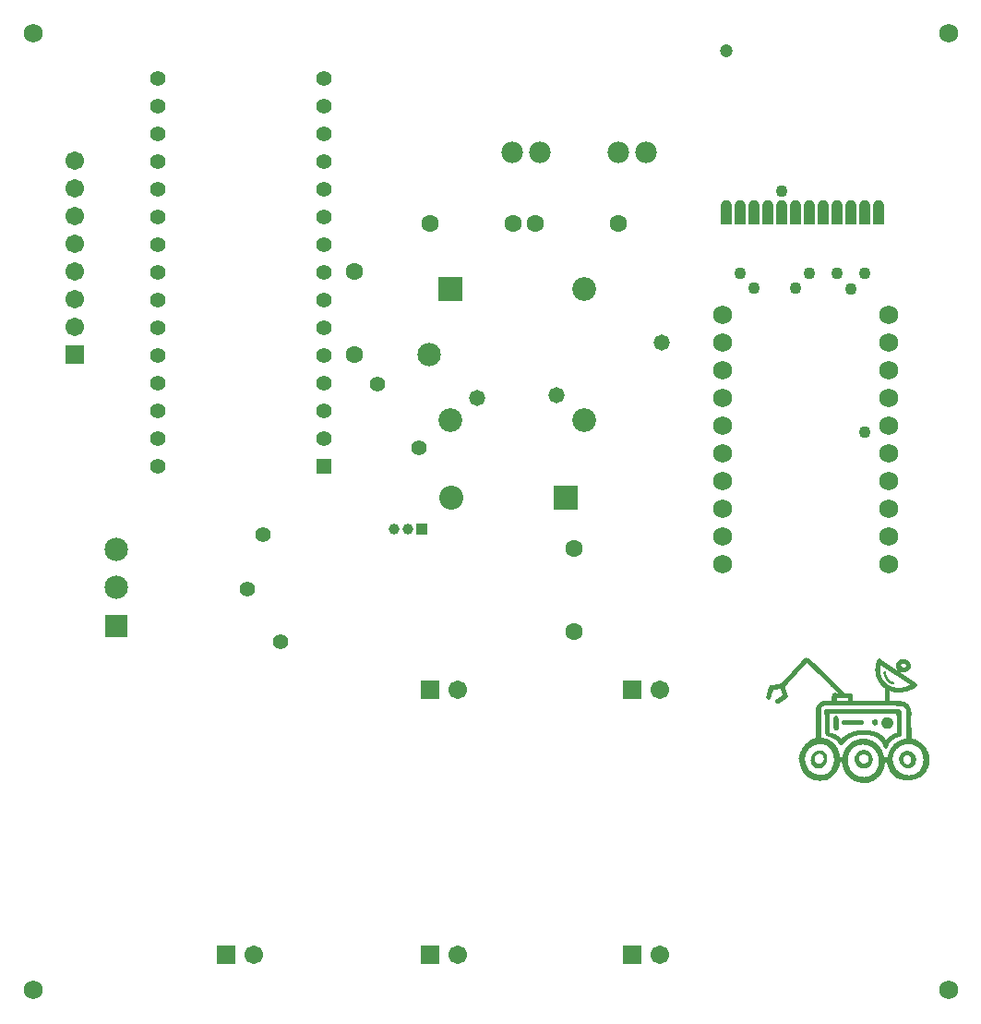
<source format=gts>
G04*
G04 #@! TF.GenerationSoftware,Altium Limited,Altium Designer,22.5.1 (42)*
G04*
G04 Layer_Color=8388736*
%FSLAX44Y44*%
%MOMM*%
G71*
G04*
G04 #@! TF.SameCoordinates,25D7FC6A-B859-4A30-9EF5-CD67AC1EE337*
G04*
G04*
G04 #@! TF.FilePolarity,Negative*
G04*
G01*
G75*
%ADD18C,0.2286*%
%ADD19R,2.1832X2.1832*%
%ADD20C,2.1382*%
%ADD21C,2.1832*%
%ADD22R,1.4140X1.4140*%
%ADD23C,1.4140*%
%ADD24C,2.1532*%
%ADD25R,2.1532X2.1532*%
%ADD26C,2.2032*%
%ADD27R,2.2032X2.2032*%
%ADD28C,1.7032*%
%ADD29R,1.7032X1.7032*%
%ADD30C,1.0032*%
%ADD31R,1.0032X1.0032*%
%ADD32C,1.7272*%
%ADD33C,1.2032*%
%ADD34R,1.7032X1.7032*%
%ADD35C,1.9812*%
%ADD36C,1.6032*%
%ADD37C,1.4032*%
%ADD38C,1.4732*%
%ADD39C,1.1032*%
G36*
X799257Y741266D02*
X799291D01*
X799324Y741262D01*
X799357Y741260D01*
X799389Y741253D01*
X799423Y741249D01*
X800195Y741095D01*
X800228Y741086D01*
X800260Y741080D01*
X800292Y741069D01*
X800324Y741060D01*
X800355Y741048D01*
X800386Y741037D01*
X801114Y740735D01*
X801144Y740721D01*
X801175Y740708D01*
X801204Y740691D01*
X801234Y740676D01*
X801261Y740658D01*
X801290Y740641D01*
X801945Y740204D01*
X801972Y740183D01*
X802000Y740165D01*
X802025Y740143D01*
X802051Y740123D01*
X802075Y740099D01*
X802100Y740077D01*
X802657Y739520D01*
X802679Y739495D01*
X802702Y739471D01*
X802723Y739445D01*
X802745Y739420D01*
X802763Y739392D01*
X802784Y739365D01*
X803221Y738710D01*
X803238Y738682D01*
X803257Y738654D01*
X803271Y738624D01*
X803288Y738595D01*
X803301Y738564D01*
X803315Y738534D01*
X803617Y737806D01*
X803628Y737775D01*
X803641Y737744D01*
X803649Y737712D01*
X803660Y737680D01*
X803666Y737648D01*
X803675Y737615D01*
X803829Y736843D01*
X803833Y736809D01*
X803839Y736777D01*
X803842Y736744D01*
X803846Y736711D01*
Y736677D01*
X803848Y736644D01*
Y736250D01*
Y720250D01*
X803839Y720117D01*
X803813Y719986D01*
X803771Y719860D01*
X803712Y719741D01*
X803638Y719630D01*
X803550Y719530D01*
X803450Y719442D01*
X803339Y719368D01*
X803220Y719309D01*
X803093Y719267D01*
X802963Y719240D01*
X802830Y719232D01*
X794830D01*
X794697Y719240D01*
X794566Y719267D01*
X794440Y719309D01*
X794321Y719368D01*
X794210Y719442D01*
X794110Y719530D01*
X794022Y719630D01*
X793948Y719741D01*
X793889Y719860D01*
X793847Y719986D01*
X793820Y720117D01*
X793812Y720250D01*
Y736250D01*
Y736644D01*
X793814Y736677D01*
Y736711D01*
X793818Y736743D01*
X793820Y736777D01*
X793827Y736809D01*
X793831Y736842D01*
X793985Y737615D01*
X793994Y737647D01*
X794000Y737680D01*
X794011Y737712D01*
X794019Y737744D01*
X794032Y737775D01*
X794043Y737806D01*
X794345Y738534D01*
X794359Y738564D01*
X794372Y738595D01*
X794389Y738624D01*
X794404Y738654D01*
X794422Y738681D01*
X794439Y738710D01*
X794876Y739365D01*
X794897Y739392D01*
X794915Y739420D01*
X794937Y739445D01*
X794957Y739471D01*
X794981Y739495D01*
X795003Y739520D01*
X795560Y740077D01*
X795585Y740099D01*
X795609Y740123D01*
X795635Y740143D01*
X795660Y740165D01*
X795688Y740183D01*
X795714Y740204D01*
X796370Y740641D01*
X796398Y740658D01*
X796426Y740676D01*
X796456Y740691D01*
X796485Y740708D01*
X796516Y740721D01*
X796546Y740735D01*
X797274Y741037D01*
X797305Y741048D01*
X797336Y741060D01*
X797368Y741069D01*
X797400Y741080D01*
X797432Y741086D01*
X797465Y741095D01*
X798237Y741249D01*
X798270Y741253D01*
X798303Y741260D01*
X798336Y741262D01*
X798369Y741266D01*
X798403D01*
X798436Y741268D01*
X799224D01*
X799257Y741266D01*
D02*
G37*
G36*
X786557D02*
X786591D01*
X786624Y741262D01*
X786657Y741260D01*
X786689Y741253D01*
X786723Y741249D01*
X787495Y741095D01*
X787528Y741086D01*
X787560Y741080D01*
X787592Y741069D01*
X787624Y741060D01*
X787655Y741048D01*
X787686Y741037D01*
X788414Y740735D01*
X788444Y740721D01*
X788475Y740708D01*
X788504Y740691D01*
X788534Y740676D01*
X788561Y740658D01*
X788590Y740641D01*
X789246Y740204D01*
X789272Y740183D01*
X789300Y740165D01*
X789325Y740143D01*
X789351Y740123D01*
X789375Y740099D01*
X789400Y740077D01*
X789957Y739520D01*
X789979Y739495D01*
X790003Y739471D01*
X790023Y739445D01*
X790045Y739420D01*
X790063Y739392D01*
X790084Y739365D01*
X790521Y738710D01*
X790538Y738682D01*
X790556Y738654D01*
X790571Y738624D01*
X790588Y738595D01*
X790601Y738564D01*
X790615Y738534D01*
X790917Y737806D01*
X790928Y737775D01*
X790940Y737744D01*
X790949Y737712D01*
X790960Y737680D01*
X790966Y737648D01*
X790975Y737615D01*
X791129Y736843D01*
X791133Y736809D01*
X791140Y736777D01*
X791142Y736744D01*
X791146Y736711D01*
Y736677D01*
X791148Y736644D01*
Y736250D01*
Y720250D01*
X791140Y720117D01*
X791114Y719986D01*
X791071Y719860D01*
X791012Y719741D01*
X790938Y719630D01*
X790850Y719530D01*
X790750Y719442D01*
X790639Y719368D01*
X790520Y719309D01*
X790394Y719267D01*
X790263Y719240D01*
X790130Y719232D01*
X782130D01*
X781997Y719240D01*
X781867Y719267D01*
X781740Y719309D01*
X781621Y719368D01*
X781510Y719442D01*
X781410Y719530D01*
X781322Y719630D01*
X781248Y719741D01*
X781189Y719860D01*
X781146Y719986D01*
X781121Y720117D01*
X781112Y720250D01*
Y736250D01*
Y736644D01*
X781114Y736677D01*
Y736711D01*
X781118Y736743D01*
X781121Y736777D01*
X781127Y736809D01*
X781131Y736842D01*
X781285Y737615D01*
X781294Y737647D01*
X781300Y737680D01*
X781311Y737712D01*
X781320Y737744D01*
X781332Y737775D01*
X781343Y737806D01*
X781645Y738534D01*
X781659Y738564D01*
X781672Y738595D01*
X781689Y738624D01*
X781703Y738654D01*
X781722Y738681D01*
X781739Y738710D01*
X782176Y739365D01*
X782197Y739392D01*
X782215Y739420D01*
X782237Y739445D01*
X782257Y739471D01*
X782281Y739495D01*
X782303Y739520D01*
X782860Y740077D01*
X782885Y740099D01*
X782909Y740123D01*
X782935Y740143D01*
X782960Y740165D01*
X782988Y740183D01*
X783015Y740204D01*
X783670Y740641D01*
X783698Y740658D01*
X783726Y740676D01*
X783756Y740691D01*
X783785Y740708D01*
X783816Y740721D01*
X783846Y740735D01*
X784574Y741037D01*
X784605Y741048D01*
X784636Y741060D01*
X784668Y741069D01*
X784700Y741080D01*
X784732Y741086D01*
X784765Y741095D01*
X785537Y741249D01*
X785571Y741253D01*
X785603Y741260D01*
X785636Y741262D01*
X785669Y741266D01*
X785703D01*
X785736Y741268D01*
X786524D01*
X786557Y741266D01*
D02*
G37*
G36*
X773857D02*
X773891D01*
X773924Y741262D01*
X773957Y741260D01*
X773989Y741253D01*
X774023Y741249D01*
X774795Y741095D01*
X774828Y741086D01*
X774860Y741080D01*
X774892Y741069D01*
X774924Y741060D01*
X774955Y741048D01*
X774986Y741037D01*
X775714Y740735D01*
X775744Y740721D01*
X775775Y740708D01*
X775804Y740691D01*
X775834Y740676D01*
X775861Y740658D01*
X775890Y740641D01*
X776545Y740204D01*
X776572Y740183D01*
X776600Y740165D01*
X776625Y740143D01*
X776651Y740123D01*
X776675Y740099D01*
X776700Y740077D01*
X777257Y739520D01*
X777279Y739495D01*
X777302Y739471D01*
X777323Y739445D01*
X777345Y739420D01*
X777363Y739392D01*
X777384Y739365D01*
X777821Y738710D01*
X777838Y738682D01*
X777857Y738654D01*
X777871Y738624D01*
X777888Y738595D01*
X777901Y738564D01*
X777915Y738534D01*
X778217Y737806D01*
X778228Y737775D01*
X778241Y737744D01*
X778249Y737712D01*
X778260Y737680D01*
X778266Y737648D01*
X778275Y737615D01*
X778429Y736843D01*
X778433Y736809D01*
X778439Y736777D01*
X778442Y736744D01*
X778446Y736711D01*
Y736677D01*
X778448Y736644D01*
Y736250D01*
Y720250D01*
X778439Y720117D01*
X778413Y719986D01*
X778371Y719860D01*
X778312Y719741D01*
X778238Y719630D01*
X778150Y719530D01*
X778050Y719442D01*
X777939Y719368D01*
X777820Y719309D01*
X777693Y719267D01*
X777563Y719240D01*
X777430Y719232D01*
X769430D01*
X769297Y719240D01*
X769166Y719267D01*
X769040Y719309D01*
X768921Y719368D01*
X768810Y719442D01*
X768710Y719530D01*
X768622Y719630D01*
X768548Y719741D01*
X768489Y719860D01*
X768447Y719986D01*
X768420Y720117D01*
X768412Y720250D01*
Y736250D01*
Y736644D01*
X768414Y736677D01*
Y736711D01*
X768418Y736743D01*
X768420Y736777D01*
X768427Y736809D01*
X768431Y736842D01*
X768585Y737615D01*
X768594Y737647D01*
X768600Y737680D01*
X768611Y737712D01*
X768620Y737744D01*
X768632Y737775D01*
X768643Y737806D01*
X768945Y738534D01*
X768959Y738564D01*
X768972Y738595D01*
X768989Y738624D01*
X769004Y738654D01*
X769022Y738681D01*
X769039Y738710D01*
X769476Y739365D01*
X769497Y739392D01*
X769515Y739420D01*
X769537Y739445D01*
X769557Y739471D01*
X769581Y739495D01*
X769603Y739520D01*
X770160Y740077D01*
X770185Y740099D01*
X770209Y740123D01*
X770235Y740143D01*
X770260Y740165D01*
X770288Y740183D01*
X770314Y740204D01*
X770970Y740641D01*
X770998Y740658D01*
X771026Y740676D01*
X771056Y740691D01*
X771085Y740708D01*
X771116Y740721D01*
X771146Y740735D01*
X771874Y741037D01*
X771905Y741048D01*
X771936Y741060D01*
X771968Y741069D01*
X772000Y741080D01*
X772032Y741086D01*
X772065Y741095D01*
X772837Y741249D01*
X772870Y741253D01*
X772903Y741260D01*
X772936Y741262D01*
X772969Y741266D01*
X773003D01*
X773036Y741268D01*
X773824D01*
X773857Y741266D01*
D02*
G37*
G36*
X761157D02*
X761191D01*
X761224Y741262D01*
X761257Y741260D01*
X761289Y741253D01*
X761323Y741249D01*
X762095Y741095D01*
X762128Y741086D01*
X762160Y741080D01*
X762192Y741069D01*
X762224Y741060D01*
X762255Y741048D01*
X762286Y741037D01*
X763014Y740735D01*
X763044Y740721D01*
X763075Y740708D01*
X763104Y740691D01*
X763134Y740676D01*
X763161Y740658D01*
X763190Y740641D01*
X763846Y740204D01*
X763872Y740183D01*
X763900Y740165D01*
X763925Y740143D01*
X763951Y740123D01*
X763975Y740099D01*
X764000Y740077D01*
X764557Y739520D01*
X764579Y739495D01*
X764603Y739471D01*
X764623Y739445D01*
X764645Y739420D01*
X764663Y739392D01*
X764684Y739365D01*
X765121Y738710D01*
X765138Y738682D01*
X765156Y738654D01*
X765171Y738624D01*
X765188Y738595D01*
X765201Y738564D01*
X765215Y738534D01*
X765517Y737806D01*
X765528Y737775D01*
X765540Y737744D01*
X765549Y737712D01*
X765560Y737680D01*
X765566Y737648D01*
X765575Y737615D01*
X765729Y736843D01*
X765733Y736809D01*
X765740Y736777D01*
X765742Y736744D01*
X765746Y736711D01*
Y736677D01*
X765748Y736644D01*
Y736250D01*
Y720250D01*
X765740Y720117D01*
X765714Y719986D01*
X765671Y719860D01*
X765612Y719741D01*
X765538Y719630D01*
X765450Y719530D01*
X765350Y719442D01*
X765239Y719368D01*
X765120Y719309D01*
X764994Y719267D01*
X764863Y719240D01*
X764730Y719232D01*
X756730D01*
X756597Y719240D01*
X756467Y719267D01*
X756340Y719309D01*
X756221Y719368D01*
X756110Y719442D01*
X756010Y719530D01*
X755922Y719630D01*
X755848Y719741D01*
X755789Y719860D01*
X755747Y719986D01*
X755721Y720117D01*
X755712Y720250D01*
Y736250D01*
Y736644D01*
X755714Y736677D01*
Y736711D01*
X755718Y736743D01*
X755721Y736777D01*
X755727Y736809D01*
X755731Y736842D01*
X755885Y737615D01*
X755894Y737647D01*
X755900Y737680D01*
X755911Y737712D01*
X755919Y737744D01*
X755932Y737775D01*
X755943Y737806D01*
X756245Y738534D01*
X756259Y738564D01*
X756272Y738595D01*
X756289Y738624D01*
X756303Y738654D01*
X756322Y738681D01*
X756339Y738710D01*
X756776Y739365D01*
X756797Y739392D01*
X756815Y739420D01*
X756837Y739445D01*
X756857Y739471D01*
X756881Y739495D01*
X756903Y739520D01*
X757460Y740077D01*
X757485Y740099D01*
X757509Y740123D01*
X757535Y740143D01*
X757560Y740165D01*
X757588Y740183D01*
X757615Y740204D01*
X758270Y740641D01*
X758298Y740658D01*
X758326Y740676D01*
X758356Y740691D01*
X758385Y740708D01*
X758416Y740721D01*
X758446Y740735D01*
X759174Y741037D01*
X759205Y741048D01*
X759236Y741060D01*
X759268Y741069D01*
X759300Y741080D01*
X759332Y741086D01*
X759365Y741095D01*
X760137Y741249D01*
X760171Y741253D01*
X760203Y741260D01*
X760236Y741262D01*
X760269Y741266D01*
X760303D01*
X760336Y741268D01*
X761124D01*
X761157Y741266D01*
D02*
G37*
G36*
X748457D02*
X748491D01*
X748524Y741262D01*
X748557Y741260D01*
X748589Y741253D01*
X748623Y741249D01*
X749395Y741095D01*
X749428Y741086D01*
X749460Y741080D01*
X749492Y741069D01*
X749524Y741060D01*
X749555Y741048D01*
X749586Y741037D01*
X750314Y740735D01*
X750344Y740721D01*
X750375Y740708D01*
X750404Y740691D01*
X750434Y740676D01*
X750461Y740658D01*
X750490Y740641D01*
X751145Y740204D01*
X751172Y740183D01*
X751200Y740165D01*
X751225Y740143D01*
X751251Y740123D01*
X751275Y740099D01*
X751300Y740077D01*
X751857Y739520D01*
X751879Y739495D01*
X751902Y739471D01*
X751923Y739445D01*
X751945Y739420D01*
X751963Y739392D01*
X751984Y739365D01*
X752421Y738710D01*
X752438Y738682D01*
X752457Y738654D01*
X752471Y738624D01*
X752488Y738595D01*
X752501Y738564D01*
X752515Y738534D01*
X752817Y737806D01*
X752828Y737775D01*
X752840Y737744D01*
X752849Y737712D01*
X752860Y737680D01*
X752866Y737648D01*
X752875Y737615D01*
X753029Y736843D01*
X753033Y736809D01*
X753039Y736777D01*
X753042Y736744D01*
X753046Y736711D01*
Y736677D01*
X753048Y736644D01*
Y736250D01*
Y720250D01*
X753039Y720117D01*
X753014Y719986D01*
X752971Y719860D01*
X752912Y719741D01*
X752838Y719630D01*
X752750Y719530D01*
X752650Y719442D01*
X752539Y719368D01*
X752420Y719309D01*
X752293Y719267D01*
X752163Y719240D01*
X752030Y719232D01*
X744030D01*
X743897Y719240D01*
X743766Y719267D01*
X743640Y719309D01*
X743521Y719368D01*
X743410Y719442D01*
X743310Y719530D01*
X743222Y719630D01*
X743148Y719741D01*
X743089Y719860D01*
X743046Y719986D01*
X743020Y720117D01*
X743012Y720250D01*
Y736250D01*
Y736644D01*
X743014Y736677D01*
Y736711D01*
X743018Y736743D01*
X743020Y736777D01*
X743027Y736809D01*
X743031Y736842D01*
X743185Y737615D01*
X743194Y737647D01*
X743200Y737680D01*
X743211Y737712D01*
X743220Y737744D01*
X743232Y737775D01*
X743243Y737806D01*
X743545Y738534D01*
X743559Y738564D01*
X743572Y738595D01*
X743589Y738624D01*
X743604Y738654D01*
X743622Y738681D01*
X743639Y738710D01*
X744076Y739365D01*
X744097Y739392D01*
X744115Y739420D01*
X744137Y739445D01*
X744157Y739471D01*
X744181Y739495D01*
X744203Y739520D01*
X744760Y740077D01*
X744785Y740099D01*
X744809Y740123D01*
X744835Y740143D01*
X744860Y740165D01*
X744888Y740183D01*
X744914Y740204D01*
X745570Y740641D01*
X745598Y740658D01*
X745626Y740676D01*
X745656Y740691D01*
X745685Y740708D01*
X745716Y740721D01*
X745746Y740735D01*
X746474Y741037D01*
X746505Y741048D01*
X746536Y741060D01*
X746568Y741069D01*
X746600Y741080D01*
X746632Y741086D01*
X746665Y741095D01*
X747437Y741249D01*
X747470Y741253D01*
X747503Y741260D01*
X747536Y741262D01*
X747569Y741266D01*
X747603D01*
X747636Y741268D01*
X748424D01*
X748457Y741266D01*
D02*
G37*
G36*
X735757D02*
X735791D01*
X735824Y741262D01*
X735857Y741260D01*
X735889Y741253D01*
X735923Y741249D01*
X736695Y741095D01*
X736728Y741086D01*
X736760Y741080D01*
X736792Y741069D01*
X736824Y741060D01*
X736855Y741048D01*
X736886Y741037D01*
X737614Y740735D01*
X737644Y740721D01*
X737675Y740708D01*
X737704Y740691D01*
X737734Y740676D01*
X737761Y740658D01*
X737790Y740641D01*
X738446Y740204D01*
X738472Y740183D01*
X738500Y740165D01*
X738525Y740143D01*
X738551Y740123D01*
X738575Y740099D01*
X738600Y740077D01*
X739157Y739520D01*
X739179Y739495D01*
X739202Y739471D01*
X739223Y739445D01*
X739245Y739420D01*
X739263Y739392D01*
X739284Y739365D01*
X739721Y738710D01*
X739738Y738682D01*
X739756Y738654D01*
X739771Y738624D01*
X739788Y738595D01*
X739801Y738564D01*
X739815Y738534D01*
X740117Y737806D01*
X740128Y737775D01*
X740141Y737744D01*
X740149Y737712D01*
X740160Y737680D01*
X740166Y737648D01*
X740175Y737615D01*
X740329Y736843D01*
X740333Y736809D01*
X740340Y736777D01*
X740342Y736744D01*
X740346Y736711D01*
Y736677D01*
X740348Y736644D01*
Y736250D01*
Y720250D01*
X740340Y720117D01*
X740313Y719986D01*
X740271Y719860D01*
X740212Y719741D01*
X740138Y719630D01*
X740050Y719530D01*
X739950Y719442D01*
X739839Y719368D01*
X739720Y719309D01*
X739594Y719267D01*
X739463Y719240D01*
X739330Y719232D01*
X731330D01*
X731197Y719240D01*
X731067Y719267D01*
X730940Y719309D01*
X730821Y719368D01*
X730710Y719442D01*
X730610Y719530D01*
X730522Y719630D01*
X730448Y719741D01*
X730389Y719860D01*
X730347Y719986D01*
X730321Y720117D01*
X730312Y720250D01*
Y736250D01*
Y736644D01*
X730314Y736677D01*
Y736711D01*
X730318Y736743D01*
X730321Y736777D01*
X730327Y736809D01*
X730331Y736842D01*
X730485Y737615D01*
X730494Y737647D01*
X730500Y737680D01*
X730511Y737712D01*
X730519Y737744D01*
X730532Y737775D01*
X730543Y737806D01*
X730845Y738534D01*
X730859Y738564D01*
X730872Y738595D01*
X730889Y738624D01*
X730903Y738654D01*
X730922Y738681D01*
X730939Y738710D01*
X731376Y739365D01*
X731397Y739392D01*
X731415Y739420D01*
X731437Y739445D01*
X731457Y739471D01*
X731481Y739495D01*
X731503Y739520D01*
X732060Y740077D01*
X732085Y740099D01*
X732109Y740123D01*
X732135Y740143D01*
X732160Y740165D01*
X732188Y740183D01*
X732215Y740204D01*
X732870Y740641D01*
X732898Y740658D01*
X732926Y740676D01*
X732956Y740691D01*
X732985Y740708D01*
X733016Y740721D01*
X733046Y740735D01*
X733774Y741037D01*
X733805Y741048D01*
X733836Y741060D01*
X733868Y741069D01*
X733900Y741080D01*
X733932Y741086D01*
X733965Y741095D01*
X734737Y741249D01*
X734771Y741253D01*
X734803Y741260D01*
X734836Y741262D01*
X734869Y741266D01*
X734903D01*
X734936Y741268D01*
X735724D01*
X735757Y741266D01*
D02*
G37*
G36*
X723057D02*
X723091D01*
X723124Y741262D01*
X723157Y741260D01*
X723189Y741253D01*
X723223Y741249D01*
X723995Y741095D01*
X724028Y741086D01*
X724060Y741080D01*
X724092Y741069D01*
X724124Y741060D01*
X724155Y741048D01*
X724186Y741037D01*
X724914Y740735D01*
X724944Y740721D01*
X724975Y740708D01*
X725004Y740691D01*
X725034Y740676D01*
X725061Y740658D01*
X725090Y740641D01*
X725745Y740204D01*
X725772Y740183D01*
X725800Y740165D01*
X725825Y740143D01*
X725851Y740123D01*
X725875Y740099D01*
X725900Y740077D01*
X726457Y739520D01*
X726479Y739495D01*
X726503Y739471D01*
X726523Y739445D01*
X726545Y739420D01*
X726563Y739392D01*
X726584Y739365D01*
X727021Y738710D01*
X727038Y738682D01*
X727057Y738654D01*
X727071Y738624D01*
X727088Y738595D01*
X727101Y738564D01*
X727115Y738534D01*
X727417Y737806D01*
X727428Y737775D01*
X727440Y737744D01*
X727449Y737712D01*
X727460Y737680D01*
X727466Y737648D01*
X727475Y737615D01*
X727629Y736843D01*
X727633Y736809D01*
X727639Y736777D01*
X727642Y736744D01*
X727646Y736711D01*
Y736677D01*
X727648Y736644D01*
Y736250D01*
Y720250D01*
X727639Y720117D01*
X727614Y719986D01*
X727571Y719860D01*
X727512Y719741D01*
X727438Y719630D01*
X727350Y719530D01*
X727250Y719442D01*
X727139Y719368D01*
X727020Y719309D01*
X726893Y719267D01*
X726763Y719240D01*
X726630Y719232D01*
X718630D01*
X718497Y719240D01*
X718366Y719267D01*
X718240Y719309D01*
X718121Y719368D01*
X718010Y719442D01*
X717910Y719530D01*
X717822Y719630D01*
X717748Y719741D01*
X717689Y719860D01*
X717646Y719986D01*
X717620Y720117D01*
X717612Y720250D01*
Y736250D01*
Y736644D01*
X717614Y736677D01*
Y736711D01*
X717618Y736743D01*
X717620Y736777D01*
X717627Y736809D01*
X717631Y736842D01*
X717785Y737615D01*
X717794Y737647D01*
X717800Y737680D01*
X717811Y737712D01*
X717820Y737744D01*
X717832Y737775D01*
X717843Y737806D01*
X718145Y738534D01*
X718159Y738564D01*
X718172Y738595D01*
X718189Y738624D01*
X718204Y738654D01*
X718222Y738681D01*
X718239Y738710D01*
X718676Y739365D01*
X718697Y739392D01*
X718715Y739420D01*
X718737Y739445D01*
X718757Y739471D01*
X718781Y739495D01*
X718803Y739520D01*
X719360Y740077D01*
X719385Y740099D01*
X719409Y740123D01*
X719435Y740143D01*
X719460Y740165D01*
X719488Y740183D01*
X719514Y740204D01*
X720170Y740641D01*
X720198Y740658D01*
X720226Y740676D01*
X720256Y740691D01*
X720285Y740708D01*
X720316Y740721D01*
X720346Y740735D01*
X721074Y741037D01*
X721105Y741048D01*
X721136Y741060D01*
X721168Y741069D01*
X721200Y741080D01*
X721232Y741086D01*
X721265Y741095D01*
X722037Y741249D01*
X722070Y741253D01*
X722103Y741260D01*
X722136Y741262D01*
X722169Y741266D01*
X722203D01*
X722236Y741268D01*
X723024D01*
X723057Y741266D01*
D02*
G37*
G36*
X710357D02*
X710391D01*
X710424Y741262D01*
X710457Y741260D01*
X710489Y741253D01*
X710523Y741249D01*
X711295Y741095D01*
X711328Y741086D01*
X711360Y741080D01*
X711392Y741069D01*
X711424Y741060D01*
X711455Y741048D01*
X711486Y741037D01*
X712214Y740735D01*
X712244Y740721D01*
X712275Y740708D01*
X712304Y740691D01*
X712334Y740676D01*
X712361Y740658D01*
X712390Y740641D01*
X713046Y740204D01*
X713072Y740183D01*
X713100Y740165D01*
X713125Y740143D01*
X713151Y740123D01*
X713175Y740099D01*
X713200Y740077D01*
X713757Y739520D01*
X713779Y739495D01*
X713802Y739471D01*
X713823Y739445D01*
X713845Y739420D01*
X713863Y739392D01*
X713884Y739365D01*
X714321Y738710D01*
X714338Y738682D01*
X714357Y738654D01*
X714371Y738624D01*
X714388Y738595D01*
X714401Y738564D01*
X714415Y738534D01*
X714717Y737806D01*
X714728Y737775D01*
X714741Y737744D01*
X714749Y737712D01*
X714760Y737680D01*
X714766Y737648D01*
X714775Y737615D01*
X714929Y736843D01*
X714933Y736809D01*
X714939Y736777D01*
X714942Y736744D01*
X714946Y736711D01*
Y736677D01*
X714948Y736644D01*
Y736250D01*
Y720250D01*
X714939Y720117D01*
X714913Y719986D01*
X714871Y719860D01*
X714812Y719741D01*
X714738Y719630D01*
X714650Y719530D01*
X714550Y719442D01*
X714439Y719368D01*
X714320Y719309D01*
X714193Y719267D01*
X714063Y719240D01*
X713930Y719232D01*
X705930D01*
X705797Y719240D01*
X705667Y719267D01*
X705540Y719309D01*
X705421Y719368D01*
X705310Y719442D01*
X705210Y719530D01*
X705122Y719630D01*
X705048Y719741D01*
X704989Y719860D01*
X704947Y719986D01*
X704921Y720117D01*
X704912Y720250D01*
Y736250D01*
Y736644D01*
X704914Y736677D01*
Y736711D01*
X704918Y736743D01*
X704921Y736777D01*
X704927Y736809D01*
X704931Y736842D01*
X705085Y737615D01*
X705094Y737647D01*
X705100Y737680D01*
X705111Y737712D01*
X705119Y737744D01*
X705132Y737775D01*
X705143Y737806D01*
X705445Y738534D01*
X705459Y738564D01*
X705472Y738595D01*
X705489Y738624D01*
X705503Y738654D01*
X705522Y738681D01*
X705539Y738710D01*
X705976Y739365D01*
X705997Y739392D01*
X706015Y739420D01*
X706037Y739445D01*
X706057Y739471D01*
X706081Y739495D01*
X706103Y739520D01*
X706660Y740077D01*
X706685Y740099D01*
X706709Y740123D01*
X706735Y740143D01*
X706760Y740165D01*
X706788Y740183D01*
X706814Y740204D01*
X707470Y740641D01*
X707498Y740658D01*
X707526Y740676D01*
X707556Y740691D01*
X707585Y740708D01*
X707616Y740721D01*
X707646Y740735D01*
X708374Y741037D01*
X708405Y741048D01*
X708436Y741060D01*
X708468Y741069D01*
X708500Y741080D01*
X708532Y741086D01*
X708565Y741095D01*
X709337Y741249D01*
X709370Y741253D01*
X709403Y741260D01*
X709436Y741262D01*
X709469Y741266D01*
X709503D01*
X709536Y741268D01*
X710324D01*
X710357Y741266D01*
D02*
G37*
G36*
X697657D02*
X697691D01*
X697724Y741262D01*
X697757Y741260D01*
X697789Y741253D01*
X697823Y741249D01*
X698595Y741095D01*
X698628Y741086D01*
X698660Y741080D01*
X698692Y741069D01*
X698724Y741060D01*
X698755Y741048D01*
X698786Y741037D01*
X699514Y740735D01*
X699544Y740721D01*
X699575Y740708D01*
X699604Y740691D01*
X699634Y740676D01*
X699661Y740658D01*
X699690Y740641D01*
X700346Y740204D01*
X700372Y740183D01*
X700400Y740165D01*
X700425Y740143D01*
X700451Y740123D01*
X700475Y740099D01*
X700500Y740077D01*
X701057Y739520D01*
X701079Y739495D01*
X701103Y739471D01*
X701123Y739445D01*
X701145Y739420D01*
X701163Y739392D01*
X701184Y739365D01*
X701621Y738710D01*
X701638Y738682D01*
X701656Y738654D01*
X701671Y738624D01*
X701688Y738595D01*
X701701Y738564D01*
X701715Y738534D01*
X702017Y737806D01*
X702028Y737775D01*
X702040Y737744D01*
X702049Y737712D01*
X702060Y737680D01*
X702066Y737648D01*
X702075Y737615D01*
X702229Y736843D01*
X702233Y736809D01*
X702240Y736777D01*
X702242Y736744D01*
X702246Y736711D01*
Y736677D01*
X702248Y736644D01*
Y736250D01*
Y720250D01*
X702240Y720117D01*
X702214Y719986D01*
X702171Y719860D01*
X702112Y719741D01*
X702038Y719630D01*
X701950Y719530D01*
X701850Y719442D01*
X701739Y719368D01*
X701620Y719309D01*
X701494Y719267D01*
X701363Y719240D01*
X701230Y719232D01*
X693230D01*
X693097Y719240D01*
X692967Y719267D01*
X692840Y719309D01*
X692721Y719368D01*
X692610Y719442D01*
X692510Y719530D01*
X692422Y719630D01*
X692348Y719741D01*
X692289Y719860D01*
X692246Y719986D01*
X692221Y720117D01*
X692212Y720250D01*
Y736250D01*
Y736644D01*
X692214Y736677D01*
Y736711D01*
X692218Y736743D01*
X692221Y736777D01*
X692227Y736809D01*
X692231Y736842D01*
X692385Y737615D01*
X692394Y737647D01*
X692400Y737680D01*
X692411Y737712D01*
X692420Y737744D01*
X692432Y737775D01*
X692443Y737806D01*
X692745Y738534D01*
X692759Y738564D01*
X692772Y738595D01*
X692789Y738624D01*
X692803Y738654D01*
X692822Y738681D01*
X692839Y738710D01*
X693276Y739365D01*
X693297Y739392D01*
X693315Y739420D01*
X693337Y739445D01*
X693357Y739471D01*
X693381Y739495D01*
X693403Y739520D01*
X693960Y740077D01*
X693985Y740099D01*
X694009Y740123D01*
X694035Y740143D01*
X694060Y740165D01*
X694088Y740183D01*
X694115Y740204D01*
X694770Y740641D01*
X694798Y740658D01*
X694826Y740676D01*
X694856Y740691D01*
X694885Y740708D01*
X694916Y740721D01*
X694946Y740735D01*
X695674Y741037D01*
X695705Y741048D01*
X695736Y741060D01*
X695768Y741069D01*
X695800Y741080D01*
X695832Y741086D01*
X695865Y741095D01*
X696637Y741249D01*
X696671Y741253D01*
X696703Y741260D01*
X696736Y741262D01*
X696769Y741266D01*
X696803D01*
X696836Y741268D01*
X697624D01*
X697657Y741266D01*
D02*
G37*
G36*
X684957D02*
X684991D01*
X685024Y741262D01*
X685057Y741260D01*
X685089Y741253D01*
X685123Y741249D01*
X685895Y741095D01*
X685928Y741086D01*
X685960Y741080D01*
X685992Y741069D01*
X686024Y741060D01*
X686055Y741048D01*
X686086Y741037D01*
X686814Y740735D01*
X686844Y740721D01*
X686875Y740708D01*
X686904Y740691D01*
X686934Y740676D01*
X686961Y740658D01*
X686990Y740641D01*
X687645Y740204D01*
X687672Y740183D01*
X687700Y740165D01*
X687725Y740143D01*
X687751Y740123D01*
X687775Y740099D01*
X687800Y740077D01*
X688357Y739520D01*
X688379Y739495D01*
X688402Y739471D01*
X688423Y739445D01*
X688445Y739420D01*
X688463Y739392D01*
X688484Y739365D01*
X688921Y738710D01*
X688938Y738682D01*
X688957Y738654D01*
X688971Y738624D01*
X688988Y738595D01*
X689001Y738564D01*
X689015Y738534D01*
X689317Y737806D01*
X689328Y737775D01*
X689341Y737744D01*
X689349Y737712D01*
X689360Y737680D01*
X689366Y737648D01*
X689375Y737615D01*
X689529Y736843D01*
X689533Y736809D01*
X689539Y736777D01*
X689542Y736744D01*
X689546Y736711D01*
Y736677D01*
X689548Y736644D01*
Y736250D01*
Y720250D01*
X689539Y720117D01*
X689513Y719986D01*
X689471Y719860D01*
X689412Y719741D01*
X689338Y719630D01*
X689250Y719530D01*
X689150Y719442D01*
X689039Y719368D01*
X688920Y719309D01*
X688793Y719267D01*
X688663Y719240D01*
X688530Y719232D01*
X680530D01*
X680397Y719240D01*
X680266Y719267D01*
X680140Y719309D01*
X680021Y719368D01*
X679910Y719442D01*
X679810Y719530D01*
X679722Y719630D01*
X679648Y719741D01*
X679589Y719860D01*
X679547Y719986D01*
X679520Y720117D01*
X679512Y720250D01*
Y736250D01*
Y736644D01*
X679514Y736677D01*
Y736711D01*
X679518Y736743D01*
X679520Y736777D01*
X679527Y736809D01*
X679531Y736842D01*
X679685Y737615D01*
X679694Y737647D01*
X679700Y737680D01*
X679711Y737712D01*
X679719Y737744D01*
X679732Y737775D01*
X679743Y737806D01*
X680045Y738534D01*
X680059Y738564D01*
X680072Y738595D01*
X680089Y738624D01*
X680104Y738654D01*
X680122Y738681D01*
X680139Y738710D01*
X680576Y739365D01*
X680597Y739392D01*
X680615Y739420D01*
X680637Y739445D01*
X680657Y739471D01*
X680681Y739495D01*
X680703Y739520D01*
X681260Y740077D01*
X681285Y740099D01*
X681309Y740123D01*
X681335Y740143D01*
X681360Y740165D01*
X681388Y740183D01*
X681414Y740204D01*
X682070Y740641D01*
X682098Y740658D01*
X682126Y740676D01*
X682156Y740691D01*
X682185Y740708D01*
X682216Y740721D01*
X682246Y740735D01*
X682974Y741037D01*
X683005Y741048D01*
X683036Y741060D01*
X683068Y741069D01*
X683100Y741080D01*
X683132Y741086D01*
X683165Y741095D01*
X683937Y741249D01*
X683970Y741253D01*
X684003Y741260D01*
X684036Y741262D01*
X684069Y741266D01*
X684103D01*
X684136Y741268D01*
X684924D01*
X684957Y741266D01*
D02*
G37*
G36*
X672257D02*
X672291D01*
X672324Y741262D01*
X672357Y741260D01*
X672389Y741253D01*
X672423Y741249D01*
X673195Y741095D01*
X673228Y741086D01*
X673260Y741080D01*
X673292Y741069D01*
X673324Y741060D01*
X673355Y741048D01*
X673386Y741037D01*
X674114Y740735D01*
X674144Y740721D01*
X674175Y740708D01*
X674204Y740691D01*
X674234Y740676D01*
X674261Y740658D01*
X674290Y740641D01*
X674946Y740204D01*
X674972Y740183D01*
X675000Y740165D01*
X675025Y740143D01*
X675051Y740123D01*
X675075Y740099D01*
X675100Y740077D01*
X675657Y739520D01*
X675679Y739495D01*
X675703Y739471D01*
X675723Y739445D01*
X675745Y739420D01*
X675763Y739392D01*
X675784Y739365D01*
X676221Y738710D01*
X676238Y738682D01*
X676256Y738654D01*
X676271Y738624D01*
X676288Y738595D01*
X676301Y738564D01*
X676315Y738534D01*
X676617Y737806D01*
X676628Y737775D01*
X676640Y737744D01*
X676649Y737712D01*
X676660Y737680D01*
X676666Y737648D01*
X676675Y737615D01*
X676829Y736843D01*
X676833Y736809D01*
X676840Y736777D01*
X676842Y736744D01*
X676846Y736711D01*
Y736677D01*
X676848Y736644D01*
Y736250D01*
Y720250D01*
X676840Y720117D01*
X676814Y719986D01*
X676771Y719860D01*
X676712Y719741D01*
X676638Y719630D01*
X676550Y719530D01*
X676450Y719442D01*
X676339Y719368D01*
X676220Y719309D01*
X676094Y719267D01*
X675963Y719240D01*
X675830Y719232D01*
X667830D01*
X667697Y719240D01*
X667567Y719267D01*
X667440Y719309D01*
X667321Y719368D01*
X667210Y719442D01*
X667110Y719530D01*
X667022Y719630D01*
X666948Y719741D01*
X666889Y719860D01*
X666846Y719986D01*
X666821Y720117D01*
X666812Y720250D01*
Y736250D01*
Y736644D01*
X666814Y736677D01*
Y736711D01*
X666818Y736743D01*
X666821Y736777D01*
X666827Y736809D01*
X666831Y736842D01*
X666985Y737615D01*
X666994Y737647D01*
X667000Y737680D01*
X667011Y737712D01*
X667020Y737744D01*
X667032Y737775D01*
X667043Y737806D01*
X667345Y738534D01*
X667359Y738564D01*
X667372Y738595D01*
X667389Y738624D01*
X667403Y738654D01*
X667422Y738681D01*
X667439Y738710D01*
X667876Y739365D01*
X667897Y739392D01*
X667915Y739420D01*
X667937Y739445D01*
X667957Y739471D01*
X667981Y739495D01*
X668003Y739520D01*
X668560Y740077D01*
X668585Y740099D01*
X668609Y740123D01*
X668635Y740143D01*
X668660Y740165D01*
X668688Y740183D01*
X668715Y740204D01*
X669370Y740641D01*
X669398Y740658D01*
X669426Y740676D01*
X669456Y740691D01*
X669485Y740708D01*
X669516Y740721D01*
X669546Y740735D01*
X670274Y741037D01*
X670305Y741048D01*
X670336Y741060D01*
X670368Y741069D01*
X670400Y741080D01*
X670432Y741086D01*
X670465Y741095D01*
X671237Y741249D01*
X671271Y741253D01*
X671303Y741260D01*
X671336Y741262D01*
X671369Y741266D01*
X671403D01*
X671436Y741268D01*
X672224D01*
X672257Y741266D01*
D02*
G37*
G36*
X659557D02*
X659591D01*
X659624Y741262D01*
X659657Y741260D01*
X659689Y741253D01*
X659723Y741249D01*
X660495Y741095D01*
X660528Y741086D01*
X660560Y741080D01*
X660592Y741069D01*
X660624Y741060D01*
X660655Y741048D01*
X660686Y741037D01*
X661414Y740735D01*
X661444Y740721D01*
X661475Y740708D01*
X661504Y740691D01*
X661534Y740676D01*
X661561Y740658D01*
X661590Y740641D01*
X662245Y740204D01*
X662272Y740183D01*
X662300Y740165D01*
X662325Y740143D01*
X662351Y740123D01*
X662375Y740099D01*
X662400Y740077D01*
X662957Y739520D01*
X662979Y739495D01*
X663002Y739471D01*
X663023Y739445D01*
X663045Y739420D01*
X663063Y739392D01*
X663084Y739365D01*
X663521Y738710D01*
X663538Y738682D01*
X663557Y738654D01*
X663571Y738624D01*
X663588Y738595D01*
X663601Y738564D01*
X663615Y738534D01*
X663917Y737806D01*
X663928Y737775D01*
X663941Y737744D01*
X663949Y737712D01*
X663960Y737680D01*
X663966Y737648D01*
X663975Y737615D01*
X664129Y736843D01*
X664133Y736809D01*
X664139Y736777D01*
X664142Y736744D01*
X664146Y736711D01*
Y736677D01*
X664148Y736644D01*
Y736250D01*
Y720250D01*
X664139Y720117D01*
X664113Y719986D01*
X664071Y719860D01*
X664012Y719741D01*
X663938Y719630D01*
X663850Y719530D01*
X663750Y719442D01*
X663639Y719368D01*
X663520Y719309D01*
X663393Y719267D01*
X663263Y719240D01*
X663130Y719232D01*
X655130D01*
X654997Y719240D01*
X654866Y719267D01*
X654740Y719309D01*
X654621Y719368D01*
X654510Y719442D01*
X654410Y719530D01*
X654322Y719630D01*
X654248Y719741D01*
X654189Y719860D01*
X654146Y719986D01*
X654120Y720117D01*
X654112Y720250D01*
Y736250D01*
Y736644D01*
X654114Y736677D01*
Y736711D01*
X654118Y736743D01*
X654120Y736777D01*
X654127Y736809D01*
X654131Y736842D01*
X654285Y737615D01*
X654294Y737647D01*
X654300Y737680D01*
X654311Y737712D01*
X654320Y737744D01*
X654332Y737775D01*
X654343Y737806D01*
X654645Y738534D01*
X654659Y738564D01*
X654672Y738595D01*
X654689Y738624D01*
X654704Y738654D01*
X654722Y738681D01*
X654739Y738710D01*
X655176Y739365D01*
X655197Y739392D01*
X655215Y739420D01*
X655237Y739445D01*
X655257Y739471D01*
X655281Y739495D01*
X655303Y739520D01*
X655860Y740077D01*
X655885Y740099D01*
X655909Y740123D01*
X655935Y740143D01*
X655960Y740165D01*
X655988Y740183D01*
X656014Y740204D01*
X656670Y740641D01*
X656698Y740658D01*
X656726Y740676D01*
X656756Y740691D01*
X656785Y740708D01*
X656816Y740721D01*
X656846Y740735D01*
X657574Y741037D01*
X657605Y741048D01*
X657636Y741060D01*
X657668Y741069D01*
X657700Y741080D01*
X657732Y741086D01*
X657765Y741095D01*
X658537Y741249D01*
X658570Y741253D01*
X658603Y741260D01*
X658636Y741262D01*
X658669Y741266D01*
X658703D01*
X658736Y741268D01*
X659524D01*
X659557Y741266D01*
D02*
G37*
G36*
X733150Y321481D02*
X734572D01*
Y321196D01*
X735140D01*
Y320912D01*
X735425D01*
Y320628D01*
X735709D01*
Y320343D01*
X736278D01*
Y320059D01*
X736562D01*
Y319775D01*
X736846D01*
Y319490D01*
X737131D01*
Y319206D01*
X737415D01*
Y318922D01*
X737699D01*
Y318637D01*
X737984D01*
Y318353D01*
X738268D01*
Y318069D01*
X738552D01*
Y317784D01*
X738837D01*
Y317500D01*
X739121D01*
Y317216D01*
X739405D01*
Y316931D01*
X739690D01*
Y316647D01*
X739974D01*
Y316363D01*
X740258D01*
Y316078D01*
X740543D01*
Y315794D01*
X740827D01*
Y315510D01*
X741111D01*
Y315225D01*
X741396D01*
Y314941D01*
X741680D01*
Y314657D01*
X741964D01*
Y314372D01*
X742249D01*
Y314088D01*
X742533D01*
Y313804D01*
X742817D01*
Y313519D01*
X743102D01*
Y313235D01*
X743386D01*
Y312951D01*
X743670D01*
Y312666D01*
X743955D01*
Y312382D01*
X744239D01*
Y312098D01*
X744523D01*
Y311813D01*
X744808D01*
Y311529D01*
X745092D01*
Y311245D01*
X745376D01*
Y310960D01*
X745661D01*
Y310676D01*
X745945D01*
Y310392D01*
X746229D01*
Y310107D01*
X746514D01*
Y309823D01*
X746798D01*
Y309539D01*
X747082D01*
Y309254D01*
X747367D01*
Y308970D01*
X747935D01*
Y308686D01*
X748220D01*
Y308402D01*
X748504D01*
Y308117D01*
X748788D01*
Y307833D01*
X749072D01*
Y307549D01*
X749357D01*
Y307264D01*
X749641D01*
Y306980D01*
X749926D01*
Y306695D01*
X750210D01*
Y306411D01*
X750494D01*
Y306127D01*
X750779D01*
Y305842D01*
X751063D01*
Y305558D01*
X751347D01*
Y305274D01*
X751631D01*
Y304989D01*
X751916D01*
Y304705D01*
X752200D01*
Y304421D01*
X752485D01*
Y304137D01*
X752769D01*
Y303852D01*
X753053D01*
Y303568D01*
X753337D01*
Y303284D01*
X753622D01*
Y302999D01*
X753906D01*
Y302715D01*
X754190D01*
Y302431D01*
X754475D01*
Y302146D01*
X754759D01*
Y301862D01*
X755043D01*
Y301578D01*
X755328D01*
Y301293D01*
X755612D01*
Y301009D01*
X755896D01*
Y300725D01*
X756181D01*
Y300440D01*
X756465D01*
Y300156D01*
X756749D01*
Y299872D01*
X757034D01*
Y299587D01*
X757318D01*
Y299303D01*
X757602D01*
Y299019D01*
X757887D01*
Y298734D01*
X758171D01*
Y298450D01*
X758455D01*
Y298166D01*
X758740D01*
Y297881D01*
X759308D01*
Y297597D01*
X759593D01*
Y297313D01*
X759877D01*
Y297028D01*
X760161D01*
Y296744D01*
X760446D01*
Y296460D01*
X760730D01*
Y296175D01*
X761014D01*
Y295891D01*
X761299D01*
Y295607D01*
X761583D01*
Y295322D01*
X761867D01*
Y295038D01*
X762152D01*
Y294754D01*
X762436D01*
Y294469D01*
X762720D01*
Y294185D01*
X763005D01*
Y293901D01*
X763289D01*
Y293616D01*
X763573D01*
Y293332D01*
X763858D01*
Y293048D01*
X764142D01*
Y292763D01*
X764426D01*
Y292479D01*
X764711D01*
Y292195D01*
X764995D01*
Y291910D01*
X765279D01*
Y291626D01*
X765564D01*
Y291342D01*
X765848D01*
Y291057D01*
X766132D01*
Y290773D01*
X766417D01*
Y290489D01*
X766701D01*
Y290205D01*
X766985D01*
Y289920D01*
X767270D01*
Y289636D01*
X767554D01*
Y289352D01*
X767838D01*
Y289067D01*
X773240D01*
Y288783D01*
X774378D01*
Y288498D01*
X774662D01*
Y288214D01*
X774946D01*
Y287930D01*
X775231D01*
Y287077D01*
X775515D01*
Y283096D01*
X775231D01*
Y282243D01*
X799399D01*
Y281959D01*
X804801D01*
Y293616D01*
X804517D01*
Y293901D01*
X803948D01*
Y294185D01*
X803664D01*
Y294469D01*
X803379D01*
Y294754D01*
X802811D01*
Y295038D01*
X802526D01*
Y295322D01*
X802242D01*
Y295607D01*
X801958D01*
Y295891D01*
X801673D01*
Y296175D01*
X801389D01*
Y296460D01*
X801105D01*
Y296744D01*
X800820D01*
Y297028D01*
X800536D01*
Y297313D01*
X800252D01*
Y297881D01*
X799967D01*
Y298166D01*
X799683D01*
Y298450D01*
X799399D01*
Y299019D01*
X799114D01*
Y299303D01*
X798830D01*
Y299872D01*
X798546D01*
Y300440D01*
X798261D01*
Y301009D01*
X797977D01*
Y301578D01*
X797693D01*
Y302146D01*
X797408D01*
Y302715D01*
X797124D01*
Y303568D01*
X796840D01*
Y304421D01*
X796555D01*
Y305558D01*
X796271D01*
Y306980D01*
X795987D01*
Y309539D01*
X795702D01*
Y311813D01*
X795987D01*
Y314372D01*
X796271D01*
Y316078D01*
X796555D01*
Y317216D01*
X796840D01*
Y318069D01*
X797124D01*
Y318922D01*
X797408D01*
Y319775D01*
X797693D01*
Y320059D01*
X797977D01*
Y320628D01*
X798546D01*
Y320912D01*
X799114D01*
Y321196D01*
X799967D01*
Y320912D01*
X800820D01*
Y320628D01*
X801105D01*
Y320343D01*
X801389D01*
Y319775D01*
X801673D01*
Y319490D01*
X801958D01*
Y319206D01*
X802242D01*
Y318922D01*
X802811D01*
Y318637D01*
X803095D01*
Y318353D01*
X803664D01*
Y318069D01*
X803948D01*
Y317784D01*
X804517D01*
Y317500D01*
X804801D01*
Y317216D01*
X805370D01*
Y316931D01*
X805654D01*
Y316647D01*
X806223D01*
Y316363D01*
X806507D01*
Y316078D01*
X807076D01*
Y315794D01*
X807360D01*
Y315510D01*
X807928D01*
Y315225D01*
X808213D01*
Y314941D01*
X808782D01*
Y314657D01*
X809066D01*
Y314372D01*
X809634D01*
Y314088D01*
X809919D01*
Y313804D01*
X810488D01*
Y313519D01*
X810772D01*
Y313235D01*
X811340D01*
Y312951D01*
X811625D01*
Y312666D01*
X812193D01*
Y312382D01*
X812478D01*
Y312098D01*
X813046D01*
Y311813D01*
X813331D01*
Y311529D01*
X813899D01*
Y311245D01*
X814184D01*
Y310960D01*
X814752D01*
Y310676D01*
X815037D01*
Y310392D01*
X815605D01*
Y310676D01*
X815890D01*
Y311529D01*
X815605D01*
Y311813D01*
X815321D01*
Y312382D01*
X815037D01*
Y313519D01*
X814752D01*
Y315510D01*
X815037D01*
Y316647D01*
X815321D01*
Y317216D01*
X815605D01*
Y317784D01*
X815890D01*
Y318069D01*
X816174D01*
Y318353D01*
X816458D01*
Y318637D01*
X816743D01*
Y318922D01*
X817027D01*
Y319206D01*
X817311D01*
Y319490D01*
X817880D01*
Y319775D01*
X818449D01*
Y320059D01*
X819302D01*
Y320343D01*
X820439D01*
Y320628D01*
X822429D01*
Y320343D01*
X823567D01*
Y320059D01*
X824420D01*
Y319775D01*
X824988D01*
Y319490D01*
X825557D01*
Y319206D01*
X825841D01*
Y318922D01*
X826410D01*
Y318637D01*
X826694D01*
Y318353D01*
X826979D01*
Y317784D01*
X827263D01*
Y317500D01*
X827547D01*
Y316931D01*
X827831D01*
Y316363D01*
X828116D01*
Y315510D01*
X828400D01*
Y313235D01*
X828116D01*
Y312098D01*
X827831D01*
Y311529D01*
X827547D01*
Y311245D01*
X827263D01*
Y310676D01*
X826979D01*
Y310392D01*
X826694D01*
Y310107D01*
X826410D01*
Y309823D01*
X825841D01*
Y309539D01*
X825557D01*
Y309254D01*
X824988D01*
Y308970D01*
X824420D01*
Y308686D01*
X823567D01*
Y308402D01*
X819870D01*
Y308686D01*
X819017D01*
Y307833D01*
X819302D01*
Y307549D01*
X819870D01*
Y307264D01*
X820155D01*
Y306980D01*
X820723D01*
Y306695D01*
X821008D01*
Y306411D01*
X821576D01*
Y306127D01*
X821861D01*
Y305842D01*
X822429D01*
Y305558D01*
X822714D01*
Y305274D01*
X823282D01*
Y304989D01*
X823567D01*
Y304705D01*
X824135D01*
Y304421D01*
X824420D01*
Y304137D01*
X824988D01*
Y303852D01*
X825273D01*
Y303568D01*
X825841D01*
Y303284D01*
X826125D01*
Y302999D01*
X826694D01*
Y302715D01*
X826979D01*
Y302431D01*
X827547D01*
Y302146D01*
X827831D01*
Y301862D01*
X828400D01*
Y301578D01*
X828684D01*
Y301293D01*
X829253D01*
Y301009D01*
X829538D01*
Y300725D01*
X830106D01*
Y300440D01*
X830390D01*
Y300156D01*
X830959D01*
Y299872D01*
X831243D01*
Y299587D01*
X831528D01*
Y299303D01*
X832096D01*
Y299019D01*
X832665D01*
Y298734D01*
X832949D01*
Y298450D01*
X833234D01*
Y298166D01*
X833518D01*
Y297881D01*
X833802D01*
Y297597D01*
X834087D01*
Y297028D01*
X834371D01*
Y296744D01*
X834087D01*
Y295891D01*
X833802D01*
Y295322D01*
X833518D01*
Y295038D01*
X833234D01*
Y294754D01*
X832949D01*
Y294469D01*
X832381D01*
Y294185D01*
X832096D01*
Y293901D01*
X831528D01*
Y293616D01*
X830959D01*
Y293332D01*
X830390D01*
Y293048D01*
X829822D01*
Y292763D01*
X829253D01*
Y292479D01*
X828684D01*
Y292195D01*
X827831D01*
Y291910D01*
X827263D01*
Y291626D01*
X826410D01*
Y291342D01*
X825557D01*
Y291057D01*
X824420D01*
Y290773D01*
X823282D01*
Y290489D01*
X821861D01*
Y290205D01*
X819586D01*
Y289920D01*
X815037D01*
Y290205D01*
X812762D01*
Y290489D01*
X811625D01*
Y290773D01*
X810488D01*
Y291057D01*
X809634D01*
Y291342D01*
X809350D01*
Y291057D01*
X809066D01*
Y290773D01*
X809350D01*
Y281959D01*
X819870D01*
Y281675D01*
X821576D01*
Y281390D01*
X822429D01*
Y281106D01*
X822998D01*
Y280822D01*
X823567D01*
Y280537D01*
X824135D01*
Y280253D01*
X824420D01*
Y279969D01*
X824988D01*
Y279684D01*
X825273D01*
Y279400D01*
X825557D01*
Y279116D01*
X825841D01*
Y278831D01*
X826125D01*
Y278547D01*
X826410D01*
Y278263D01*
X826694D01*
Y277694D01*
X826979D01*
Y277410D01*
X827263D01*
Y276841D01*
X827547D01*
Y276272D01*
X827831D01*
Y275704D01*
X828116D01*
Y274851D01*
X828400D01*
Y273998D01*
X828684D01*
Y272292D01*
X828969D01*
Y268596D01*
X828684D01*
Y257507D01*
X828969D01*
Y249830D01*
X829253D01*
Y249545D01*
X828969D01*
Y248408D01*
X829253D01*
Y247840D01*
X828969D01*
Y247555D01*
X830106D01*
Y247271D01*
X831243D01*
Y246987D01*
X832096D01*
Y246702D01*
X832665D01*
Y246418D01*
X833518D01*
Y246134D01*
X834087D01*
Y245849D01*
X834371D01*
Y246134D01*
X834940D01*
Y245849D01*
X834655D01*
Y245565D01*
X834940D01*
Y245281D01*
X835508D01*
Y244996D01*
X836077D01*
Y244712D01*
X836361D01*
Y244428D01*
X836646D01*
Y244143D01*
X837214D01*
Y243859D01*
X837499D01*
Y243575D01*
X837783D01*
Y243290D01*
X838636D01*
Y242153D01*
X839773D01*
Y241869D01*
X840058D01*
Y241584D01*
X840342D01*
Y240731D01*
X841195D01*
Y240163D01*
X841479D01*
Y239878D01*
X841764D01*
Y239594D01*
X842048D01*
Y239025D01*
X842332D01*
Y238741D01*
X842617D01*
Y238457D01*
X842332D01*
Y238172D01*
X842901D01*
Y237888D01*
X843185D01*
Y237319D01*
X843470D01*
Y237035D01*
X843185D01*
Y236751D01*
X843754D01*
Y236466D01*
X844038D01*
Y235898D01*
X843754D01*
Y235613D01*
X844323D01*
Y235045D01*
X844607D01*
Y234192D01*
X844891D01*
Y233339D01*
X845175D01*
Y232486D01*
X845460D01*
Y231064D01*
X845744D01*
Y229643D01*
X845175D01*
Y229358D01*
X845460D01*
Y228790D01*
X845744D01*
Y227084D01*
X845460D01*
Y226231D01*
X845744D01*
Y224809D01*
X845460D01*
Y223672D01*
X845175D01*
Y222819D01*
X844891D01*
Y222534D01*
X844607D01*
Y222250D01*
X844891D01*
Y221681D01*
X844607D01*
Y221113D01*
X844323D01*
Y220544D01*
X844038D01*
Y219691D01*
X843754D01*
Y219407D01*
X843185D01*
Y219122D01*
X843470D01*
Y218838D01*
X842901D01*
Y218554D01*
X843185D01*
Y218269D01*
X842901D01*
Y217985D01*
X842332D01*
Y217701D01*
X842617D01*
Y217416D01*
X842332D01*
Y216848D01*
X842048D01*
Y216563D01*
X841764D01*
Y216279D01*
X841479D01*
Y215995D01*
X840911D01*
Y215426D01*
X840626D01*
Y215142D01*
X840058D01*
Y214858D01*
X840342D01*
Y214573D01*
X840058D01*
Y214289D01*
X839773D01*
Y214004D01*
X839489D01*
Y213720D01*
X838920D01*
Y213436D01*
X838636D01*
Y213151D01*
X837783D01*
Y212583D01*
X837499D01*
Y212299D01*
X837214D01*
Y212583D01*
X836930D01*
Y212014D01*
X835508D01*
Y211730D01*
X835224D01*
Y211446D01*
X834655D01*
Y211161D01*
X834087D01*
Y210877D01*
X833234D01*
Y210592D01*
X832381D01*
Y210308D01*
X831528D01*
Y210024D01*
X830106D01*
Y209739D01*
X828684D01*
Y209455D01*
X826125D01*
Y209171D01*
X823851D01*
Y209455D01*
X821861D01*
Y209739D01*
X820439D01*
Y210024D01*
X819586D01*
Y210308D01*
X818733D01*
Y210592D01*
X817311D01*
Y210877D01*
X816743D01*
Y211161D01*
X815890D01*
Y211446D01*
X815037D01*
Y211730D01*
X814752D01*
Y212014D01*
X815037D01*
Y212299D01*
X814184D01*
Y212867D01*
X813615D01*
Y213151D01*
X813046D01*
Y213436D01*
X812762D01*
Y213720D01*
X812478D01*
Y214004D01*
X812193D01*
Y214289D01*
X811909D01*
Y214573D01*
X811625D01*
Y214858D01*
X811340D01*
Y215142D01*
X811625D01*
Y215426D01*
X811340D01*
Y215710D01*
X811056D01*
Y215426D01*
X810772D01*
Y215710D01*
X810488D01*
Y215995D01*
X810772D01*
Y216563D01*
X810488D01*
Y216279D01*
X810203D01*
Y216563D01*
X809919D01*
Y216848D01*
X809634D01*
Y217416D01*
X809350D01*
Y217701D01*
X809634D01*
Y217985D01*
X809066D01*
Y218269D01*
X808782D01*
Y218838D01*
X808497D01*
Y219122D01*
X808782D01*
Y219407D01*
X808213D01*
Y219975D01*
X807928D01*
Y220828D01*
X807644D01*
Y221397D01*
X807360D01*
Y222250D01*
X807076D01*
Y223103D01*
X807360D01*
Y223387D01*
X807076D01*
Y223672D01*
X806791D01*
Y224525D01*
X806507D01*
Y225662D01*
X804801D01*
Y223956D01*
X804517D01*
Y223672D01*
X804232D01*
Y223387D01*
X803948D01*
Y223103D01*
X804517D01*
Y222250D01*
X804232D01*
Y221113D01*
X803948D01*
Y220544D01*
X803664D01*
Y220260D01*
X803379D01*
Y219975D01*
X803664D01*
Y219407D01*
X803379D01*
Y218838D01*
X803095D01*
Y218269D01*
X802811D01*
Y217701D01*
X802526D01*
Y217132D01*
X802242D01*
Y216563D01*
X801958D01*
Y216279D01*
X801673D01*
Y215710D01*
X801389D01*
Y215426D01*
X801105D01*
Y214858D01*
X800820D01*
Y214573D01*
X800536D01*
Y214289D01*
X800252D01*
Y213720D01*
X799683D01*
Y213151D01*
X799399D01*
Y212867D01*
X799114D01*
Y212583D01*
X798830D01*
Y212299D01*
X798546D01*
Y212014D01*
X798261D01*
Y211730D01*
X797977D01*
Y211446D01*
X797693D01*
Y211730D01*
X797408D01*
Y210877D01*
X796840D01*
Y210592D01*
X796555D01*
Y210308D01*
X796271D01*
Y210024D01*
X795418D01*
Y209739D01*
X794849D01*
Y209171D01*
X794281D01*
Y208887D01*
X793712D01*
Y208602D01*
X793428D01*
Y208318D01*
X792859D01*
Y208602D01*
X792575D01*
Y208318D01*
X792006D01*
Y207749D01*
X791722D01*
Y208034D01*
X791438D01*
Y207749D01*
X790869D01*
Y207465D01*
X790300D01*
Y207181D01*
X789447D01*
Y206896D01*
X787457D01*
Y206612D01*
X783476D01*
Y207181D01*
X781486D01*
Y207465D01*
X780349D01*
Y207749D01*
X779496D01*
Y208034D01*
X778643D01*
Y208318D01*
X777790D01*
Y208602D01*
X777221D01*
Y208887D01*
X776368D01*
Y209171D01*
X776084D01*
Y209455D01*
X775515D01*
Y209739D01*
X774946D01*
Y210024D01*
X774662D01*
Y210308D01*
X774093D01*
Y210592D01*
X773809D01*
Y210877D01*
X773240D01*
Y211161D01*
X772956D01*
Y211446D01*
X772672D01*
Y211730D01*
X772387D01*
Y212014D01*
X772103D01*
Y212299D01*
X771535D01*
Y212583D01*
X771250D01*
Y213151D01*
X770682D01*
Y213720D01*
X770397D01*
Y214004D01*
X770113D01*
Y214289D01*
X769828D01*
Y214573D01*
X769544D01*
Y214858D01*
X769260D01*
Y215426D01*
X768976D01*
Y215710D01*
X768691D01*
Y216279D01*
X768407D01*
Y216563D01*
X768122D01*
Y217132D01*
X767838D01*
Y217701D01*
X767554D01*
Y218269D01*
X767270D01*
Y218838D01*
X766985D01*
Y219407D01*
X766701D01*
Y220260D01*
X766417D01*
Y220828D01*
X766132D01*
Y221966D01*
X765848D01*
Y223103D01*
X765564D01*
Y224240D01*
X765279D01*
Y226231D01*
X763858D01*
Y225378D01*
X763573D01*
Y223672D01*
X763289D01*
Y222819D01*
X763005D01*
Y221966D01*
X762720D01*
Y221113D01*
X762436D01*
Y220544D01*
X762152D01*
Y219975D01*
X761867D01*
Y219407D01*
X761583D01*
Y218838D01*
X761299D01*
Y218554D01*
X761014D01*
Y217985D01*
X760730D01*
Y217701D01*
X760446D01*
Y217132D01*
X760161D01*
Y216848D01*
X759877D01*
Y216563D01*
X759593D01*
Y215995D01*
X759308D01*
Y215710D01*
X759024D01*
Y215426D01*
X758740D01*
Y215142D01*
X758455D01*
Y214858D01*
X758171D01*
Y214573D01*
X757887D01*
Y214289D01*
X757318D01*
Y214004D01*
X757034D01*
Y213720D01*
X756749D01*
Y213436D01*
X756465D01*
Y213151D01*
X755896D01*
Y212867D01*
X755612D01*
Y212583D01*
X755328D01*
Y212299D01*
X755043D01*
Y212014D01*
X754759D01*
Y211730D01*
X755043D01*
Y211446D01*
X754759D01*
Y211730D01*
X754475D01*
Y211446D01*
X754190D01*
Y211161D01*
X753906D01*
Y210877D01*
X753337D01*
Y210592D01*
X753053D01*
Y210308D01*
X752769D01*
Y210024D01*
X752200D01*
Y209739D01*
X749072D01*
Y209455D01*
X747935D01*
Y209171D01*
X746229D01*
Y208887D01*
X743386D01*
Y209171D01*
X741111D01*
Y209455D01*
X739974D01*
Y209739D01*
X738837D01*
Y210024D01*
X737984D01*
Y210308D01*
X737415D01*
Y210592D01*
X736846D01*
Y210877D01*
X736278D01*
Y211161D01*
X735709D01*
Y211446D01*
X735140D01*
Y211730D01*
X734856D01*
Y212014D01*
X734287D01*
Y212299D01*
X734003D01*
Y212583D01*
X733719D01*
Y212867D01*
X733150D01*
Y213151D01*
X732866D01*
Y213436D01*
X732581D01*
Y213720D01*
X732297D01*
Y214004D01*
X732013D01*
Y214289D01*
X731729D01*
Y214573D01*
X731444D01*
Y214858D01*
X731160D01*
Y215142D01*
X730875D01*
Y215426D01*
X730591D01*
Y215710D01*
X730307D01*
Y216279D01*
X730023D01*
Y216563D01*
X729738D01*
Y216848D01*
X729454D01*
Y217416D01*
X729170D01*
Y217985D01*
X728885D01*
Y218269D01*
X728601D01*
Y218838D01*
X728317D01*
Y219407D01*
X728032D01*
Y219975D01*
X727748D01*
Y220828D01*
X727464D01*
Y221681D01*
X727179D01*
Y222534D01*
X726895D01*
Y223672D01*
X726611D01*
Y225378D01*
X726326D01*
Y229358D01*
X726042D01*
Y229074D01*
X725473D01*
Y228790D01*
X724905D01*
Y229358D01*
X725189D01*
Y229643D01*
X725758D01*
Y230211D01*
X726326D01*
Y231064D01*
X726042D01*
Y232201D01*
X726326D01*
Y233339D01*
X726611D01*
Y234192D01*
X727179D01*
Y234476D01*
X726895D01*
Y235045D01*
X727179D01*
Y235613D01*
X727464D01*
Y236182D01*
X728032D01*
Y236466D01*
X727748D01*
Y236751D01*
X728317D01*
Y237035D01*
X728032D01*
Y237319D01*
X728317D01*
Y237888D01*
X728601D01*
Y238457D01*
X728885D01*
Y238741D01*
X729454D01*
Y239025D01*
X729170D01*
Y239310D01*
X729454D01*
Y239594D01*
X729738D01*
Y239878D01*
X730023D01*
Y240447D01*
X730307D01*
Y240731D01*
X730591D01*
Y241016D01*
X730875D01*
Y241584D01*
X731160D01*
Y241869D01*
X731444D01*
Y242153D01*
X731729D01*
Y242437D01*
X732013D01*
Y242722D01*
X732297D01*
Y243006D01*
X732581D01*
Y243290D01*
X733150D01*
Y243575D01*
X733435D01*
Y244143D01*
X733719D01*
Y244428D01*
X734287D01*
Y244712D01*
X734572D01*
Y244996D01*
X734856D01*
Y245281D01*
X735709D01*
Y245849D01*
X735993D01*
Y246134D01*
X736562D01*
Y246418D01*
X737415D01*
Y246702D01*
X737699D01*
Y246987D01*
X737984D01*
Y247271D01*
X738552D01*
Y247555D01*
X739690D01*
Y247840D01*
X739974D01*
Y247555D01*
X740258D01*
Y248124D01*
X740543D01*
Y248408D01*
X740827D01*
Y258644D01*
X741111D01*
Y264331D01*
X740827D01*
Y264899D01*
X740543D01*
Y265184D01*
X741111D01*
Y264899D01*
X741396D01*
Y270017D01*
X741111D01*
Y270301D01*
X741396D01*
Y270586D01*
X741111D01*
Y271723D01*
X741396D01*
Y272292D01*
X741111D01*
Y275135D01*
X741396D01*
Y275988D01*
X741680D01*
Y277125D01*
X741964D01*
Y277694D01*
X742249D01*
Y278263D01*
X742533D01*
Y278547D01*
X743102D01*
Y278831D01*
X743386D01*
Y279116D01*
X743670D01*
Y279400D01*
X743955D01*
Y279684D01*
X744239D01*
Y279969D01*
X744523D01*
Y280253D01*
X745092D01*
Y280537D01*
X745376D01*
Y280822D01*
X745661D01*
Y281106D01*
X746229D01*
Y281390D01*
X746798D01*
Y281675D01*
X747367D01*
Y281959D01*
X748220D01*
Y282243D01*
X749641D01*
Y282528D01*
X755896D01*
Y285940D01*
Y286224D01*
X756181D01*
Y287930D01*
X756465D01*
Y288498D01*
X756749D01*
Y288783D01*
X757034D01*
Y289067D01*
X757318D01*
Y289352D01*
X758455D01*
Y289636D01*
X759877D01*
Y289352D01*
X761299D01*
Y289636D01*
X761014D01*
Y289920D01*
X760730D01*
Y290205D01*
X760446D01*
Y290489D01*
X760161D01*
Y290773D01*
X759877D01*
Y291057D01*
X759593D01*
Y291342D01*
X759308D01*
Y291626D01*
X759024D01*
Y291910D01*
X758740D01*
Y292195D01*
X758455D01*
Y292479D01*
X758171D01*
Y292763D01*
X757887D01*
Y293048D01*
X757602D01*
Y293332D01*
X757318D01*
Y293616D01*
X757034D01*
Y293901D01*
X756749D01*
Y294185D01*
X756465D01*
Y294469D01*
X756181D01*
Y294754D01*
X755896D01*
Y295038D01*
X755328D01*
Y295322D01*
X755043D01*
Y295607D01*
X754759D01*
Y295891D01*
X754475D01*
Y296175D01*
X754190D01*
Y296460D01*
X753906D01*
Y296744D01*
X753622D01*
Y297028D01*
X753337D01*
Y297313D01*
X753053D01*
Y297597D01*
X752769D01*
Y297881D01*
X752485D01*
Y298166D01*
X752200D01*
Y298450D01*
X751916D01*
Y298734D01*
X751631D01*
Y299019D01*
X751347D01*
Y299303D01*
X751063D01*
Y299587D01*
X750779D01*
Y299872D01*
X750494D01*
Y300156D01*
X750210D01*
Y300440D01*
X749926D01*
Y300725D01*
X749641D01*
Y301009D01*
X749357D01*
Y301293D01*
X749072D01*
Y301578D01*
X748788D01*
Y301862D01*
X748504D01*
Y302146D01*
X748220D01*
Y302431D01*
X747935D01*
Y302715D01*
X747651D01*
Y302999D01*
X747367D01*
Y303284D01*
X747082D01*
Y303568D01*
X746798D01*
Y303852D01*
X746514D01*
Y304137D01*
X746229D01*
Y304421D01*
X745945D01*
Y304705D01*
X745661D01*
Y304989D01*
X745376D01*
Y305274D01*
X745092D01*
Y305558D01*
X744808D01*
Y305842D01*
X744523D01*
Y306127D01*
X744239D01*
Y306411D01*
X743955D01*
Y306695D01*
X743670D01*
Y306980D01*
X743102D01*
Y307264D01*
X742817D01*
Y307549D01*
X742533D01*
Y307833D01*
X742249D01*
Y308117D01*
X741964D01*
Y308402D01*
X741680D01*
Y308686D01*
X741396D01*
Y308970D01*
X741111D01*
Y309254D01*
X740827D01*
Y309539D01*
X740543D01*
Y309823D01*
X740258D01*
Y310107D01*
X739974D01*
Y310392D01*
X739690D01*
Y310676D01*
X739405D01*
Y310960D01*
X739121D01*
Y311245D01*
X738837D01*
Y311529D01*
X738552D01*
Y311813D01*
X738268D01*
Y312098D01*
X737984D01*
Y312382D01*
X737699D01*
Y312666D01*
X737415D01*
Y312951D01*
X737131D01*
Y313235D01*
X736846D01*
Y313519D01*
X736562D01*
Y313804D01*
X736278D01*
Y314088D01*
X735993D01*
Y314372D01*
X735709D01*
Y314657D01*
X735425D01*
Y314941D01*
X735140D01*
Y315225D01*
X734856D01*
Y315510D01*
X734572D01*
Y315794D01*
X734287D01*
Y316078D01*
X734003D01*
Y316363D01*
X733719D01*
Y316647D01*
X733435D01*
Y316931D01*
X732866D01*
Y316647D01*
X732581D01*
Y316363D01*
X732297D01*
Y316078D01*
X732013D01*
Y315794D01*
X731729D01*
Y315510D01*
X731444D01*
Y315225D01*
X731160D01*
Y314941D01*
X730875D01*
Y314657D01*
X730591D01*
Y314372D01*
X730307D01*
Y313804D01*
X730023D01*
Y313519D01*
X729738D01*
Y313235D01*
X729454D01*
Y312951D01*
X729170D01*
Y312666D01*
X728885D01*
Y312382D01*
X728601D01*
Y312098D01*
X728317D01*
Y311813D01*
X728032D01*
Y311529D01*
X727748D01*
Y311245D01*
X727464D01*
Y310676D01*
X727179D01*
Y310392D01*
X726895D01*
Y310107D01*
X726611D01*
Y309823D01*
X726326D01*
Y309539D01*
X726042D01*
Y309254D01*
X725758D01*
Y308970D01*
X725473D01*
Y308686D01*
X725189D01*
Y308402D01*
X724905D01*
Y308117D01*
X724620D01*
Y307833D01*
X724336D01*
Y307264D01*
X724052D01*
Y306980D01*
X723767D01*
Y306695D01*
X723483D01*
Y306411D01*
X723199D01*
Y306127D01*
X722914D01*
Y305842D01*
X722630D01*
Y305558D01*
X722346D01*
Y305274D01*
X722061D01*
Y304989D01*
X721777D01*
Y304705D01*
X721493D01*
Y304421D01*
X721208D01*
Y303852D01*
X720924D01*
Y303568D01*
X720640D01*
Y303284D01*
X720355D01*
Y302999D01*
X720071D01*
Y302715D01*
X719787D01*
Y302431D01*
X719502D01*
Y302146D01*
X719218D01*
Y301862D01*
X718934D01*
Y301578D01*
X718649D01*
Y301009D01*
X718365D01*
Y300725D01*
X718081D01*
Y300440D01*
X717796D01*
Y300156D01*
X717512D01*
Y299872D01*
X717228D01*
Y299587D01*
X716943D01*
Y299303D01*
X716659D01*
Y299019D01*
X716375D01*
Y298734D01*
X716090D01*
Y298450D01*
X715806D01*
Y298166D01*
X715522D01*
Y297597D01*
X715238D01*
Y297313D01*
X714953D01*
Y297028D01*
X714669D01*
Y296744D01*
X714385D01*
Y296460D01*
X714100D01*
Y296175D01*
X713816D01*
Y295891D01*
X713531D01*
Y295607D01*
X713247D01*
Y295322D01*
X712963D01*
Y294469D01*
X713247D01*
Y293616D01*
X713531D01*
Y292763D01*
X713816D01*
Y291910D01*
X714100D01*
Y291057D01*
X714385D01*
Y290205D01*
X714669D01*
Y289352D01*
X714953D01*
Y288498D01*
X715238D01*
Y287645D01*
X715522D01*
Y286793D01*
X715806D01*
Y286224D01*
X715522D01*
Y285371D01*
X715238D01*
Y285087D01*
X714953D01*
Y284802D01*
X714669D01*
Y284518D01*
X714385D01*
Y284234D01*
X713816D01*
Y283949D01*
X713531D01*
Y283665D01*
X713247D01*
Y283381D01*
X712679D01*
Y283096D01*
X712394D01*
Y282812D01*
X711825D01*
Y282528D01*
X711541D01*
Y282243D01*
X710973D01*
Y281959D01*
X710688D01*
Y281675D01*
X710120D01*
Y281390D01*
X709835D01*
Y281106D01*
X709267D01*
Y280822D01*
X708982D01*
Y280537D01*
X708414D01*
Y280253D01*
X708129D01*
Y279969D01*
X707561D01*
Y279684D01*
X707276D01*
Y279400D01*
X705286D01*
Y279684D01*
X705002D01*
Y279969D01*
X704717D01*
Y280253D01*
X704433D01*
Y280537D01*
X704149D01*
Y282812D01*
X704433D01*
Y283096D01*
X704717D01*
Y283381D01*
X705002D01*
Y283665D01*
X705570D01*
Y283949D01*
X705855D01*
Y284234D01*
X706423D01*
Y284518D01*
X706708D01*
Y284802D01*
X707276D01*
Y285087D01*
X707561D01*
Y285371D01*
X708129D01*
Y285655D01*
X708414D01*
Y285940D01*
X708982D01*
Y286224D01*
X709267D01*
Y286508D01*
X709835D01*
Y286793D01*
X710120D01*
Y287077D01*
X710688D01*
Y288214D01*
X710404D01*
Y289067D01*
X710120D01*
Y289636D01*
X709835D01*
Y290773D01*
X709551D01*
Y291626D01*
X709267D01*
Y292479D01*
X708982D01*
Y293332D01*
X707561D01*
Y293048D01*
X706423D01*
Y292763D01*
X705002D01*
Y292479D01*
X703580D01*
Y292195D01*
X702443D01*
Y291910D01*
X701874D01*
Y291057D01*
X701590D01*
Y289920D01*
X701305D01*
Y288783D01*
X701021D01*
Y287930D01*
X700737D01*
Y286793D01*
X700452D01*
Y285655D01*
X700168D01*
Y284802D01*
X699884D01*
Y284234D01*
X699599D01*
Y283949D01*
X699315D01*
Y283665D01*
X698746D01*
Y283381D01*
X697040D01*
Y283665D01*
X696756D01*
Y283949D01*
X696472D01*
Y284234D01*
X696188D01*
Y284518D01*
X695903D01*
Y286793D01*
X696188D01*
Y287930D01*
X696472D01*
Y288783D01*
X696756D01*
Y289920D01*
X697040D01*
Y291057D01*
X697325D01*
Y292195D01*
X697609D01*
Y293332D01*
X697893D01*
Y294185D01*
X698178D01*
Y295038D01*
X698462D01*
Y295322D01*
X698746D01*
Y295607D01*
X699031D01*
Y295891D01*
X699315D01*
Y296175D01*
X701305D01*
Y296460D01*
X702443D01*
Y296744D01*
X703864D01*
Y297028D01*
X705002D01*
Y297313D01*
X706423D01*
Y297597D01*
X707845D01*
Y297881D01*
X708982D01*
Y298166D01*
X709835D01*
Y298450D01*
X710120D01*
Y298734D01*
X710404D01*
Y299019D01*
X710688D01*
Y299303D01*
X710973D01*
Y299587D01*
X711257D01*
Y299872D01*
X711541D01*
Y300156D01*
X711825D01*
Y300440D01*
X712110D01*
Y300725D01*
X712394D01*
Y301009D01*
X712679D01*
Y301578D01*
X712963D01*
Y301862D01*
X713247D01*
Y302146D01*
X713531D01*
Y302431D01*
X713816D01*
Y302715D01*
X714100D01*
Y302999D01*
X714385D01*
Y303284D01*
X714669D01*
Y303568D01*
X714953D01*
Y303852D01*
X715238D01*
Y304137D01*
X715522D01*
Y304421D01*
X715806D01*
Y304989D01*
X716090D01*
Y305274D01*
X716375D01*
Y305558D01*
X716659D01*
Y305842D01*
X716943D01*
Y306127D01*
X717228D01*
Y306411D01*
X717512D01*
Y306695D01*
X717796D01*
Y306980D01*
X718081D01*
Y307264D01*
X718365D01*
Y307549D01*
X718649D01*
Y307833D01*
X718934D01*
Y308402D01*
X719218D01*
Y308686D01*
X719502D01*
Y308970D01*
X719787D01*
Y309254D01*
X720071D01*
Y309539D01*
X720355D01*
Y309823D01*
X720640D01*
Y310107D01*
X720924D01*
Y310392D01*
X721208D01*
Y310676D01*
X721493D01*
Y310960D01*
X721777D01*
Y311245D01*
X722061D01*
Y311813D01*
X722346D01*
Y312098D01*
X722630D01*
Y312382D01*
X722914D01*
Y312666D01*
X723199D01*
Y312951D01*
X723483D01*
Y313235D01*
X723767D01*
Y313519D01*
X724052D01*
Y313804D01*
X724336D01*
Y314088D01*
X724620D01*
Y314372D01*
X724905D01*
Y314941D01*
X725189D01*
Y315225D01*
X725473D01*
Y315510D01*
X725758D01*
Y315794D01*
X726042D01*
Y316078D01*
X726326D01*
Y316363D01*
X726611D01*
Y316647D01*
X726895D01*
Y316931D01*
X727179D01*
Y317216D01*
X727464D01*
Y317500D01*
X727748D01*
Y317784D01*
X728032D01*
Y318353D01*
X728317D01*
Y318637D01*
X728601D01*
Y318922D01*
X728885D01*
Y319206D01*
X729170D01*
Y319490D01*
X729454D01*
Y319775D01*
X729738D01*
Y320059D01*
X730023D01*
Y320343D01*
X730307D01*
Y320628D01*
X730591D01*
Y320912D01*
X730875D01*
Y321196D01*
X731160D01*
Y321481D01*
X731729D01*
Y321765D01*
X733150D01*
Y321481D01*
D02*
G37*
G36*
X831812Y247271D02*
X831243D01*
Y247555D01*
X831812D01*
Y247271D01*
D02*
G37*
G36*
X832381Y246987D02*
X832096D01*
Y247271D01*
X832381D01*
Y246987D01*
D02*
G37*
G36*
X833802Y246418D02*
X833518D01*
Y246702D01*
X833802D01*
Y246418D01*
D02*
G37*
G36*
X836361Y244996D02*
X836077D01*
Y245281D01*
X836361D01*
Y244996D01*
D02*
G37*
G36*
X837783Y243859D02*
X837499D01*
Y244143D01*
X837783D01*
Y243859D01*
D02*
G37*
G36*
X801389Y212867D02*
X801105D01*
Y213151D01*
X801389D01*
Y212867D01*
D02*
G37*
%LPC*%
G36*
X822714Y316078D02*
X820439D01*
Y315794D01*
X819870D01*
Y315510D01*
X819586D01*
Y315225D01*
X819302D01*
Y314088D01*
X819586D01*
Y313804D01*
X819870D01*
Y313519D01*
X820155D01*
Y313235D01*
X820439D01*
Y312951D01*
X821008D01*
Y312666D01*
X822429D01*
Y312951D01*
X823282D01*
Y313235D01*
X823567D01*
Y313519D01*
X823851D01*
Y313804D01*
Y314941D01*
X823567D01*
Y315510D01*
X822998D01*
Y315794D01*
X822714D01*
Y316078D01*
D02*
G37*
G36*
X801389Y314657D02*
X800536D01*
Y313235D01*
X800252D01*
Y308117D01*
X800536D01*
Y306411D01*
X800820D01*
Y305558D01*
X801105D01*
Y304705D01*
X801389D01*
Y303852D01*
X801673D01*
Y303284D01*
X801958D01*
Y302715D01*
X802242D01*
Y302146D01*
X802526D01*
Y301862D01*
X802811D01*
Y301293D01*
X803095D01*
Y301009D01*
X803379D01*
Y300725D01*
X803664D01*
Y300440D01*
Y300156D01*
X803948D01*
Y299872D01*
X804232D01*
Y299587D01*
X804517D01*
Y299303D01*
X804801D01*
Y299019D01*
X805085D01*
Y298734D01*
X805370D01*
Y298450D01*
X805654D01*
Y298166D01*
X805938D01*
Y297881D01*
X806507D01*
Y297597D01*
X806791D01*
Y297313D01*
X807360D01*
Y297028D01*
X807644D01*
Y296744D01*
X808213D01*
Y296460D01*
X808782D01*
Y296175D01*
X809350D01*
Y295891D01*
X809919D01*
Y295607D01*
X810772D01*
Y295322D01*
X811625D01*
Y295038D01*
X812762D01*
Y294754D01*
X814184D01*
Y294469D01*
X820439D01*
Y294754D01*
X822145D01*
Y295038D01*
X823282D01*
Y295322D01*
X824420D01*
Y295607D01*
X825273D01*
Y295891D01*
X826125D01*
Y296175D01*
X826694D01*
Y296460D01*
X827263D01*
Y296744D01*
X827547D01*
Y297028D01*
X827263D01*
Y297313D01*
X826694D01*
Y297597D01*
X826410D01*
Y297881D01*
X825841D01*
Y298166D01*
X825557D01*
Y298450D01*
X824988D01*
Y298734D01*
X824704D01*
Y299019D01*
X824135D01*
Y299303D01*
X823851D01*
Y299587D01*
X823282D01*
Y299872D01*
X822998D01*
Y300156D01*
X822429D01*
Y300440D01*
X822145D01*
Y300725D01*
X821576D01*
Y301009D01*
X821292D01*
Y301293D01*
X820723D01*
Y301578D01*
X820439D01*
Y301862D01*
X819870D01*
Y302146D01*
X819586D01*
Y302431D01*
X819017D01*
Y302715D01*
X818733D01*
Y302999D01*
X818164D01*
Y303284D01*
X817880D01*
Y303568D01*
X817311D01*
Y303852D01*
X817027D01*
Y304137D01*
X816458D01*
Y304421D01*
X816174D01*
Y304705D01*
X815605D01*
Y304989D01*
X815321D01*
Y305274D01*
X814752D01*
Y305558D01*
X814468D01*
Y305842D01*
X813899D01*
Y306127D01*
X813615D01*
Y306411D01*
X813046D01*
Y306695D01*
X812762D01*
Y306980D01*
X812193D01*
Y307264D01*
X811909D01*
Y307549D01*
X811340D01*
Y307833D01*
X811056D01*
Y308117D01*
X810488D01*
Y308402D01*
X810203D01*
Y308686D01*
X809634D01*
Y308970D01*
X809350D01*
Y309254D01*
X808782D01*
Y309539D01*
X808497D01*
Y309823D01*
X807928D01*
Y310107D01*
X807644D01*
Y310392D01*
X807076D01*
Y310676D01*
X806791D01*
Y310960D01*
X806507D01*
Y311245D01*
X805938D01*
Y311529D01*
X805654D01*
Y311813D01*
X805085D01*
Y312098D01*
X804517D01*
Y312382D01*
X804232D01*
Y312666D01*
X803948D01*
Y312951D01*
X803379D01*
Y313235D01*
X803095D01*
Y313519D01*
X802526D01*
Y313804D01*
X802242D01*
Y314088D01*
X801673D01*
Y314372D01*
X801389D01*
Y314657D01*
D02*
G37*
G36*
X762436Y285087D02*
X760446D01*
Y282243D01*
X770966D01*
Y284518D01*
X770113D01*
Y284802D01*
X762436D01*
Y285087D01*
D02*
G37*
G36*
X769544Y277978D02*
X749641D01*
Y277694D01*
X749072D01*
Y277410D01*
X748504D01*
Y277125D01*
X747935D01*
Y276841D01*
X747367D01*
Y276557D01*
X747082D01*
Y276272D01*
X746798D01*
Y275988D01*
X746514D01*
Y275419D01*
X746229D01*
Y248408D01*
X746514D01*
Y248124D01*
X748788D01*
Y247840D01*
X750210D01*
Y247555D01*
X751063D01*
Y247271D01*
X751916D01*
Y246987D01*
X752485D01*
Y246702D01*
X753337D01*
Y246418D01*
X753622D01*
Y246134D01*
X754190D01*
Y245849D01*
X754759D01*
Y245565D01*
X755043D01*
Y245281D01*
X755612D01*
Y244996D01*
X755896D01*
Y244712D01*
X756465D01*
Y244428D01*
X756749D01*
Y244143D01*
X757034D01*
Y243859D01*
X757318D01*
Y243575D01*
X757602D01*
Y243290D01*
X757887D01*
Y243006D01*
X758171D01*
Y242722D01*
X758455D01*
Y242437D01*
X758740D01*
Y242153D01*
X759024D01*
Y241869D01*
X759308D01*
Y241300D01*
X759593D01*
Y241016D01*
X759877D01*
Y240447D01*
X760161D01*
Y240163D01*
X760446D01*
Y239594D01*
X760730D01*
Y239025D01*
X761014D01*
Y238741D01*
X761299D01*
Y238172D01*
X761583D01*
Y237319D01*
X761867D01*
Y236751D01*
X762152D01*
Y235898D01*
X762436D01*
Y235045D01*
X762720D01*
Y234192D01*
X763005D01*
Y233055D01*
X763289D01*
Y231633D01*
X763573D01*
Y230780D01*
X765564D01*
Y231064D01*
X765848D01*
Y232201D01*
X766132D01*
Y233339D01*
X766417D01*
Y234192D01*
X766701D01*
Y235045D01*
X766985D01*
Y235613D01*
X767270D01*
Y236466D01*
X767554D01*
Y237035D01*
X767838D01*
Y237319D01*
X768122D01*
Y237888D01*
X768407D01*
Y238457D01*
X768691D01*
Y238741D01*
X768976D01*
Y239025D01*
Y239310D01*
X769260D01*
Y239594D01*
X769544D01*
Y240163D01*
X769828D01*
Y240447D01*
X770113D01*
Y240731D01*
X770397D01*
Y241016D01*
X770682D01*
Y241300D01*
X770966D01*
Y241584D01*
X771250D01*
Y241869D01*
X771535D01*
Y242153D01*
X771819D01*
Y242437D01*
X772103D01*
Y242722D01*
X772387D01*
Y243006D01*
X772672D01*
Y243290D01*
X772956D01*
Y243575D01*
X773525D01*
Y243859D01*
X773809D01*
Y244143D01*
X774378D01*
Y244428D01*
X774662D01*
Y244712D01*
X775231D01*
Y244996D01*
X775515D01*
Y245281D01*
X776084D01*
Y245565D01*
X776652D01*
Y245849D01*
X777505D01*
Y246134D01*
X778074D01*
Y246418D01*
X778927D01*
Y246702D01*
X779780D01*
Y246987D01*
X781202D01*
Y247271D01*
X782623D01*
Y247555D01*
X786888D01*
Y247271D01*
X788594D01*
Y246987D01*
X789732D01*
Y246702D01*
X790584D01*
Y246418D01*
X791438D01*
Y246134D01*
X792290D01*
Y245849D01*
X792859D01*
Y245565D01*
X793428D01*
Y245281D01*
X793996D01*
Y244996D01*
X794281D01*
Y244712D01*
X794849D01*
Y244428D01*
X795418D01*
Y244143D01*
X795702D01*
Y243859D01*
X795987D01*
Y243575D01*
X796555D01*
Y243290D01*
X796840D01*
Y243006D01*
X797124D01*
Y242722D01*
X797408D01*
Y242437D01*
X797693D01*
Y242153D01*
X797977D01*
Y241869D01*
X798261D01*
Y241584D01*
X798546D01*
Y241300D01*
X798830D01*
Y241016D01*
X799114D01*
Y240731D01*
X799399D01*
Y240447D01*
X799683D01*
Y239878D01*
X799967D01*
Y239594D01*
X800252D01*
Y239310D01*
X800536D01*
Y238741D01*
X800820D01*
Y238457D01*
X801105D01*
Y237888D01*
X801389D01*
Y237319D01*
X801673D01*
Y237035D01*
X801958D01*
Y236182D01*
X802242D01*
Y235613D01*
X802526D01*
Y235045D01*
X802811D01*
Y234192D01*
X803095D01*
Y233339D01*
X803379D01*
Y232486D01*
X803664D01*
Y231064D01*
X803948D01*
Y230780D01*
X807360D01*
Y231633D01*
X807644D01*
Y232770D01*
X807928D01*
Y233908D01*
X808213D01*
Y234760D01*
X808497D01*
Y235613D01*
X808782D01*
Y236182D01*
X809066D01*
Y236751D01*
X809350D01*
Y237319D01*
X809634D01*
Y237888D01*
X809919D01*
Y238457D01*
X810203D01*
Y238741D01*
X810488D01*
Y239310D01*
X810772D01*
Y239594D01*
X811056D01*
Y240163D01*
X811340D01*
Y240447D01*
X811625D01*
Y240731D01*
X811909D01*
Y241016D01*
X812193D01*
Y241584D01*
X812478D01*
Y241869D01*
X812762D01*
Y242153D01*
X813046D01*
Y242437D01*
X813331D01*
Y242722D01*
X813615D01*
Y243006D01*
X814184D01*
Y243290D01*
X814468D01*
Y243575D01*
X814752D01*
Y243859D01*
X815037D01*
Y244143D01*
X815605D01*
Y244428D01*
X815890D01*
Y244712D01*
X816458D01*
Y244996D01*
X816743D01*
Y245281D01*
X817311D01*
Y245565D01*
X817880D01*
Y245849D01*
X818449D01*
Y246134D01*
X819017D01*
Y246418D01*
X819870D01*
Y246702D01*
X820723D01*
Y246987D01*
X821576D01*
Y247271D01*
X822714D01*
Y247555D01*
X824420D01*
Y259497D01*
X824135D01*
Y273713D01*
X823851D01*
Y274282D01*
X823567D01*
Y274851D01*
X823282D01*
Y275419D01*
X822998D01*
Y275704D01*
X822714D01*
Y275988D01*
X822429D01*
Y276272D01*
X822145D01*
Y276557D01*
X821576D01*
Y276841D01*
X821292D01*
Y277125D01*
X820439D01*
Y277410D01*
X815321D01*
Y277694D01*
X769544D01*
Y277978D01*
D02*
G37*
G36*
X746798Y242437D02*
X743670D01*
Y242153D01*
X741964D01*
Y241869D01*
X741111D01*
Y241584D01*
X740258D01*
Y241300D01*
X739405D01*
Y241016D01*
X738837D01*
Y240731D01*
X738552D01*
Y240447D01*
X737984D01*
Y240163D01*
X737415D01*
Y239878D01*
X737131D01*
Y239594D01*
X736846D01*
Y239310D01*
X736278D01*
Y239025D01*
X735993D01*
Y238741D01*
X735709D01*
Y238457D01*
X735425D01*
Y238172D01*
X735140D01*
Y237888D01*
X734856D01*
Y237604D01*
X734572D01*
Y237035D01*
X734287D01*
Y236751D01*
X734003D01*
Y236466D01*
X733719D01*
Y235898D01*
X733435D01*
Y235329D01*
X733150D01*
Y235045D01*
X732866D01*
Y234192D01*
X732581D01*
Y233623D01*
X732297D01*
Y233055D01*
X732013D01*
Y231917D01*
X731729D01*
Y230211D01*
X731444D01*
Y227084D01*
X731729D01*
Y225378D01*
X732013D01*
Y224240D01*
X732297D01*
Y223387D01*
X732581D01*
Y222819D01*
X732866D01*
Y222250D01*
X733150D01*
Y221681D01*
X733435D01*
Y221113D01*
X733719D01*
Y220828D01*
X734003D01*
Y220260D01*
X734287D01*
Y219975D01*
X734572D01*
Y219691D01*
X734856D01*
Y219122D01*
X735140D01*
Y218838D01*
X735425D01*
Y218554D01*
X735709D01*
Y218269D01*
X735993D01*
Y217985D01*
X736278D01*
Y217701D01*
X736846D01*
Y217416D01*
X737131D01*
Y217132D01*
X737415D01*
Y216848D01*
X737984D01*
Y216563D01*
X738268D01*
Y216279D01*
X738837D01*
Y215995D01*
X739405D01*
Y215710D01*
X739974D01*
Y215426D01*
X740827D01*
Y215142D01*
X741680D01*
Y214858D01*
X742817D01*
Y214573D01*
X744808D01*
Y214289D01*
X746514D01*
Y214573D01*
X748504D01*
Y214858D01*
X749641D01*
Y215142D01*
X750494D01*
Y215426D01*
X751063D01*
Y215710D01*
X751916D01*
Y215995D01*
X752200D01*
Y216279D01*
X752769D01*
Y216563D01*
X753053D01*
Y216848D01*
X753622D01*
Y217416D01*
X753906D01*
Y217701D01*
X754190D01*
Y217985D01*
X754475D01*
Y218269D01*
X754759D01*
Y218838D01*
X755043D01*
Y219122D01*
X755328D01*
Y219691D01*
X755612D01*
Y220260D01*
X755896D01*
Y220828D01*
X756181D01*
Y221397D01*
X756465D01*
Y221966D01*
X756749D01*
Y222819D01*
X757034D01*
Y223672D01*
X757318D01*
Y224809D01*
X757602D01*
Y226515D01*
X757887D01*
Y229643D01*
X757602D01*
Y231633D01*
X757318D01*
Y232770D01*
X757034D01*
Y233623D01*
X756749D01*
Y234192D01*
X756465D01*
Y235045D01*
X756181D01*
Y235613D01*
X755896D01*
Y236182D01*
X755612D01*
Y236466D01*
X755328D01*
Y237035D01*
X755043D01*
Y237604D01*
X754759D01*
Y237888D01*
X754475D01*
Y238172D01*
X754190D01*
Y238457D01*
X753906D01*
Y239025D01*
X753622D01*
Y239310D01*
X753337D01*
Y239594D01*
X753053D01*
Y239878D01*
X752769D01*
Y240163D01*
X752485D01*
Y240447D01*
X752200D01*
Y240731D01*
X751631D01*
Y241016D01*
X751063D01*
Y241300D01*
X750210D01*
Y241584D01*
X749641D01*
Y241869D01*
X748504D01*
Y242153D01*
X746798D01*
Y242437D01*
D02*
G37*
G36*
X828684D02*
X823282D01*
Y242153D01*
X822145D01*
Y241869D01*
X821292D01*
Y241584D01*
X820439D01*
Y241300D01*
X819870D01*
Y241016D01*
X819302D01*
Y240731D01*
X818733D01*
Y240447D01*
X818449D01*
Y240163D01*
X817880D01*
Y239878D01*
X817596D01*
Y239594D01*
X817027D01*
Y239310D01*
X816743D01*
Y239025D01*
X816458D01*
Y238741D01*
X816174D01*
Y238457D01*
X815890D01*
Y238172D01*
X815605D01*
Y237888D01*
X815321D01*
Y237604D01*
X815037D01*
Y237319D01*
X814752D01*
Y236751D01*
X814468D01*
Y236466D01*
X814184D01*
Y235898D01*
X813899D01*
Y235613D01*
X813615D01*
Y235045D01*
X813331D01*
Y234476D01*
X813046D01*
Y233623D01*
X812762D01*
Y233055D01*
X812478D01*
Y231917D01*
X812193D01*
Y230495D01*
X811909D01*
Y226799D01*
X812193D01*
Y225093D01*
X812478D01*
Y224240D01*
X812762D01*
Y223387D01*
X813046D01*
Y222819D01*
X813331D01*
Y222250D01*
X813615D01*
Y221681D01*
X813899D01*
Y221113D01*
X814184D01*
Y220828D01*
X814468D01*
Y220260D01*
X814752D01*
Y219975D01*
X815037D01*
Y219691D01*
X815321D01*
Y219122D01*
X815605D01*
Y218838D01*
X815890D01*
Y218554D01*
X816174D01*
Y218269D01*
X816458D01*
Y217985D01*
X816743D01*
Y217701D01*
X817027D01*
Y217416D01*
X817596D01*
Y217132D01*
X817880D01*
Y216848D01*
X818164D01*
Y216563D01*
X818733D01*
Y216279D01*
X819302D01*
Y215995D01*
X819586D01*
Y215710D01*
X820155D01*
Y215426D01*
X820723D01*
Y215142D01*
X821576D01*
Y214858D01*
X822429D01*
Y214573D01*
X823567D01*
Y214289D01*
X825557D01*
Y214004D01*
X827831D01*
Y214289D01*
X829822D01*
Y214573D01*
X830675D01*
Y214858D01*
X831528D01*
Y215142D01*
X832381D01*
Y215426D01*
X832949D01*
Y215710D01*
X833518D01*
Y215995D01*
X833802D01*
Y216279D01*
X834371D01*
Y216563D01*
X834655D01*
Y216848D01*
X834940D01*
Y217132D01*
X835508D01*
Y217416D01*
X835793D01*
Y217701D01*
X836077D01*
Y217985D01*
X836361D01*
Y218269D01*
X836646D01*
Y218838D01*
X836930D01*
Y219122D01*
X837214D01*
Y219407D01*
X837499D01*
Y219975D01*
X837783D01*
Y220260D01*
X838067D01*
Y220828D01*
X838352D01*
Y221397D01*
X838636D01*
Y221966D01*
X838920D01*
Y222819D01*
X839205D01*
Y223672D01*
X839489D01*
Y224809D01*
X839773D01*
Y227368D01*
X840058D01*
Y228790D01*
X839773D01*
Y231348D01*
X839489D01*
Y232486D01*
X839205D01*
Y233339D01*
X838920D01*
Y234192D01*
X838636D01*
Y234760D01*
X838352D01*
Y235329D01*
X838067D01*
Y235898D01*
X837783D01*
Y236466D01*
X837499D01*
Y237035D01*
X837214D01*
Y237319D01*
X836930D01*
Y237604D01*
X836646D01*
Y237888D01*
X836361D01*
Y238457D01*
X836077D01*
Y238741D01*
X835793D01*
Y239025D01*
X835224D01*
Y239310D01*
X834940D01*
Y239594D01*
X834655D01*
Y239878D01*
X834087D01*
Y240163D01*
X833802D01*
Y240447D01*
X833234D01*
Y240731D01*
X832665D01*
Y241016D01*
X832096D01*
Y241300D01*
X831528D01*
Y241584D01*
X830675D01*
Y241869D01*
X829822D01*
Y242153D01*
X828684D01*
Y242437D01*
D02*
G37*
G36*
X785467Y242153D02*
X783476D01*
Y241869D01*
X781486D01*
Y241584D01*
X780349D01*
Y241300D01*
X779496D01*
Y241016D01*
X778927D01*
Y240731D01*
X778358D01*
Y240447D01*
X777790D01*
Y240163D01*
X777221D01*
Y239878D01*
X776937D01*
Y239594D01*
X776368D01*
Y239310D01*
X776084D01*
Y239025D01*
X775799D01*
Y238741D01*
X775515D01*
Y238457D01*
X775231D01*
Y238172D01*
X774946D01*
Y237888D01*
X774662D01*
Y237604D01*
X774378D01*
Y237319D01*
X774093D01*
Y237035D01*
X773809D01*
Y236751D01*
X773525D01*
Y236466D01*
X773240D01*
Y235898D01*
X772956D01*
Y235613D01*
X772672D01*
Y235045D01*
X772387D01*
Y234476D01*
X772103D01*
Y233908D01*
X771819D01*
Y233339D01*
X771535D01*
Y232486D01*
X771250D01*
Y231633D01*
X770966D01*
Y230211D01*
X770682D01*
Y225093D01*
X770966D01*
Y223672D01*
X771250D01*
Y222819D01*
X771535D01*
Y221966D01*
X771819D01*
Y221397D01*
X772103D01*
Y220828D01*
X772387D01*
Y220260D01*
X772672D01*
Y219691D01*
X772956D01*
Y219122D01*
X773240D01*
Y218838D01*
X773525D01*
Y218554D01*
X773809D01*
Y217985D01*
X774093D01*
Y217701D01*
X774378D01*
Y217416D01*
X774662D01*
Y217132D01*
X774946D01*
Y216848D01*
X775231D01*
Y216563D01*
X775515D01*
Y216279D01*
X775799D01*
Y215995D01*
X776084D01*
Y215710D01*
X776368D01*
Y215426D01*
X776652D01*
Y215142D01*
X777221D01*
Y214858D01*
X777505D01*
Y214573D01*
X778074D01*
Y214289D01*
X778643D01*
Y214004D01*
X779211D01*
Y213720D01*
X779780D01*
Y213436D01*
X780349D01*
Y213151D01*
X781202D01*
Y212867D01*
X782339D01*
Y212583D01*
X785467D01*
Y212299D01*
X785751D01*
Y212583D01*
X788310D01*
Y212867D01*
X789447D01*
Y213151D01*
X790016D01*
Y213436D01*
X790869D01*
Y213720D01*
X791438D01*
Y214004D01*
X792006D01*
Y214289D01*
X792290D01*
Y214573D01*
X792859D01*
Y214858D01*
X793143D01*
Y215142D01*
X793712D01*
Y215426D01*
X793996D01*
Y215710D01*
X794281D01*
Y215995D01*
X794565D01*
Y216279D01*
X794849D01*
Y216563D01*
X795134D01*
Y216848D01*
X795418D01*
Y217132D01*
X795702D01*
Y217416D01*
X795987D01*
Y217701D01*
X796271D01*
Y218269D01*
X796555D01*
Y218554D01*
X796840D01*
Y219122D01*
X797124D01*
Y219691D01*
X797408D01*
Y219975D01*
X797693D01*
Y220828D01*
X797977D01*
Y221397D01*
X798261D01*
Y222250D01*
X798546D01*
Y223387D01*
X798830D01*
Y224809D01*
X799114D01*
Y226515D01*
Y226799D01*
Y228505D01*
X798830D01*
Y230211D01*
X798546D01*
Y231348D01*
X798261D01*
Y232201D01*
X797977D01*
Y233055D01*
X797693D01*
Y233623D01*
X797408D01*
Y234192D01*
X797124D01*
Y234476D01*
X796840D01*
Y235045D01*
X796555D01*
Y235613D01*
X796271D01*
Y235898D01*
X795987D01*
Y236182D01*
X795702D01*
Y236751D01*
X795418D01*
Y237035D01*
X795134D01*
Y237319D01*
X794849D01*
Y237604D01*
X794565D01*
Y237888D01*
X794281D01*
Y238172D01*
X793996D01*
Y238457D01*
X793712D01*
Y238741D01*
X793428D01*
Y239025D01*
X792859D01*
Y239310D01*
X792575D01*
Y239594D01*
X792006D01*
Y239878D01*
X791722D01*
Y240163D01*
X791153D01*
Y240447D01*
X790584D01*
Y240731D01*
X790016D01*
Y241016D01*
X789447D01*
Y241300D01*
X788594D01*
Y241584D01*
X787457D01*
Y241869D01*
X785467D01*
Y242153D01*
D02*
G37*
%LPD*%
G36*
X805232Y308970D02*
X805516D01*
Y308117D01*
X805801D01*
Y306127D01*
X806085D01*
Y305274D01*
X806369D01*
Y304705D01*
X806654D01*
Y304137D01*
X806938D01*
Y303568D01*
X807222D01*
Y303284D01*
X807507D01*
Y302715D01*
X807791D01*
Y302431D01*
X808075D01*
Y302146D01*
X808360D01*
Y301862D01*
X808644D01*
Y301293D01*
X808928D01*
Y301009D01*
X809497D01*
Y300725D01*
X809781D01*
Y300440D01*
X810066D01*
Y300156D01*
X810350D01*
Y299872D01*
X810919D01*
Y299587D01*
X812340D01*
Y299303D01*
X812909D01*
Y298734D01*
X813193D01*
Y297597D01*
X812909D01*
Y297313D01*
X812340D01*
Y297028D01*
X810919D01*
Y297313D01*
X810066D01*
Y297597D01*
X809497D01*
Y297881D01*
X809213D01*
Y298166D01*
X808644D01*
Y298450D01*
X808360D01*
Y298734D01*
X808075D01*
Y299019D01*
X807507D01*
Y299303D01*
X807222D01*
Y299587D01*
X806938D01*
Y299872D01*
X806654D01*
Y300440D01*
X806369D01*
Y300725D01*
X806085D01*
Y301009D01*
X805801D01*
Y301293D01*
X805516D01*
Y301862D01*
X805232D01*
Y302146D01*
X804948D01*
Y302715D01*
X804663D01*
Y303284D01*
X804379D01*
Y303852D01*
X804095D01*
Y304421D01*
X803810D01*
Y305274D01*
X803526D01*
Y306411D01*
X803242D01*
Y308686D01*
X803526D01*
Y308970D01*
X803810D01*
Y309254D01*
X805232D01*
Y308970D01*
D02*
G37*
G36*
X802242Y274566D02*
X817880D01*
Y274282D01*
X818449D01*
Y273998D01*
X818733D01*
Y273713D01*
X819017D01*
Y273429D01*
X819302D01*
Y273145D01*
X819586D01*
Y272292D01*
X819870D01*
Y253242D01*
X820155D01*
Y251252D01*
X819870D01*
Y250399D01*
X819586D01*
Y250114D01*
X819302D01*
Y249830D01*
X819017D01*
Y249545D01*
X818733D01*
Y249261D01*
X817596D01*
Y248977D01*
X816458D01*
Y248692D01*
X815890D01*
Y248408D01*
X815037D01*
Y248124D01*
X814468D01*
Y247840D01*
X814184D01*
Y247555D01*
X813615D01*
Y247271D01*
X813046D01*
Y246987D01*
X812762D01*
Y246702D01*
X812193D01*
Y246418D01*
X811909D01*
Y246134D01*
X811625D01*
Y245849D01*
X811340D01*
Y245565D01*
X810772D01*
Y245281D01*
X810488D01*
Y244996D01*
X810203D01*
Y244712D01*
X809919D01*
Y244428D01*
X809634D01*
Y244143D01*
X809350D01*
Y243575D01*
X809066D01*
Y243290D01*
X808782D01*
Y243006D01*
X808497D01*
Y242722D01*
X808213D01*
Y242153D01*
X807928D01*
Y241016D01*
X807644D01*
Y239594D01*
X807360D01*
Y239310D01*
X807076D01*
Y239025D01*
X806791D01*
Y238741D01*
X806507D01*
Y238457D01*
X804801D01*
Y238741D01*
X804232D01*
Y239025D01*
X803948D01*
Y239310D01*
X803664D01*
Y240163D01*
X803379D01*
Y241300D01*
X803095D01*
Y242153D01*
X802811D01*
Y242722D01*
X802526D01*
Y243290D01*
X802242D01*
Y243859D01*
X801958D01*
Y244143D01*
X801673D01*
Y244712D01*
X801389D01*
Y244996D01*
X801105D01*
Y245281D01*
X800820D01*
Y245565D01*
X800536D01*
Y245849D01*
X800252D01*
Y246134D01*
X799967D01*
Y246418D01*
X799683D01*
Y246702D01*
X799399D01*
Y246987D01*
X798830D01*
Y247271D01*
X798546D01*
Y247555D01*
X798261D01*
Y247840D01*
X797693D01*
Y248124D01*
X797408D01*
Y248408D01*
X796840D01*
Y248692D01*
X796271D01*
Y248977D01*
X795702D01*
Y249261D01*
X795134D01*
Y249545D01*
X794281D01*
Y249830D01*
X793428D01*
Y250114D01*
X792575D01*
Y250399D01*
X791438D01*
Y250683D01*
X790016D01*
Y250967D01*
X787741D01*
Y251252D01*
X783476D01*
Y250967D01*
X781202D01*
Y250683D01*
X779496D01*
Y250399D01*
X778358D01*
Y250114D01*
X777505D01*
Y249830D01*
X776368D01*
Y249545D01*
X775799D01*
Y249261D01*
X774946D01*
Y248977D01*
X774378D01*
Y248692D01*
X773809D01*
Y248408D01*
X773240D01*
Y248124D01*
X772672D01*
Y247840D01*
X772103D01*
Y247555D01*
X771535D01*
Y247271D01*
X771250D01*
Y246987D01*
X770682D01*
Y246702D01*
X770397D01*
Y246418D01*
X770113D01*
Y246134D01*
X769544D01*
Y245849D01*
X769260D01*
Y245565D01*
X768976D01*
Y245281D01*
X768691D01*
Y244996D01*
X768407D01*
Y244712D01*
X768122D01*
Y244428D01*
X767838D01*
Y244143D01*
X767554D01*
Y243859D01*
X767270D01*
Y243290D01*
X766985D01*
Y243006D01*
X766701D01*
Y242722D01*
X766417D01*
Y242153D01*
X766132D01*
Y241869D01*
X765848D01*
Y241584D01*
X765279D01*
Y241300D01*
X763573D01*
Y241584D01*
X763289D01*
Y241869D01*
X763005D01*
Y242153D01*
X762720D01*
Y242437D01*
X762436D01*
Y243006D01*
X762152D01*
Y243575D01*
X761867D01*
Y243859D01*
X761583D01*
Y244428D01*
X761299D01*
Y244712D01*
X761014D01*
Y244996D01*
X760730D01*
Y245281D01*
X760446D01*
Y245565D01*
X760161D01*
Y245849D01*
X759877D01*
Y246134D01*
X759593D01*
Y246418D01*
X759024D01*
Y246702D01*
X758740D01*
Y246987D01*
X758171D01*
Y247271D01*
X757602D01*
Y247555D01*
X757034D01*
Y247840D01*
X756465D01*
Y248124D01*
X755896D01*
Y248408D01*
X755043D01*
Y248692D01*
X754475D01*
Y248977D01*
X753906D01*
Y249261D01*
X752485D01*
Y249545D01*
X751916D01*
Y249830D01*
X751631D01*
Y250114D01*
X751347D01*
Y250399D01*
X750779D01*
Y250683D01*
X750494D01*
Y251252D01*
X750210D01*
Y251820D01*
X749926D01*
Y252389D01*
X749641D01*
Y254095D01*
X749357D01*
Y269733D01*
X749072D01*
Y273429D01*
X749357D01*
Y273998D01*
X749641D01*
Y274282D01*
X749926D01*
Y274566D01*
X750210D01*
Y274851D01*
X802242D01*
Y274566D01*
D02*
G37*
%LPC*%
G36*
X780917Y270586D02*
X753622D01*
Y258644D01*
X753906D01*
Y253242D01*
X754190D01*
Y252957D01*
X755612D01*
Y252673D01*
X756749D01*
Y252389D01*
X757602D01*
Y252104D01*
X758171D01*
Y251820D01*
X759024D01*
Y251536D01*
X759593D01*
Y251252D01*
X760161D01*
Y250967D01*
X760730D01*
Y250683D01*
X761014D01*
Y250399D01*
X761583D01*
Y250114D01*
X761867D01*
Y249830D01*
X762436D01*
Y249545D01*
X762720D01*
Y249261D01*
X763005D01*
Y248977D01*
X763289D01*
Y248692D01*
X763573D01*
Y248408D01*
X764142D01*
Y248124D01*
X764426D01*
Y247555D01*
X764995D01*
Y247840D01*
X765279D01*
Y248124D01*
X765564D01*
Y248408D01*
X765848D01*
Y248692D01*
X766132D01*
Y248977D01*
X766701D01*
Y249261D01*
X766985D01*
Y249545D01*
X767270D01*
Y249830D01*
X767554D01*
Y250114D01*
X768122D01*
Y250399D01*
X768407D01*
Y250683D01*
X768976D01*
Y250967D01*
X769260D01*
Y251252D01*
X769828D01*
Y251536D01*
X770397D01*
Y251820D01*
X770682D01*
Y252104D01*
X771250D01*
Y252389D01*
X771819D01*
Y252673D01*
X772387D01*
Y252957D01*
X773240D01*
Y253242D01*
X773809D01*
Y253526D01*
X774662D01*
Y253810D01*
X775515D01*
Y254095D01*
X776368D01*
Y254379D01*
X777505D01*
Y254663D01*
X778643D01*
Y254948D01*
X780064D01*
Y255232D01*
X782055D01*
Y255516D01*
X789163D01*
Y255232D01*
X791153D01*
Y254948D01*
X792290D01*
Y254663D01*
X793712D01*
Y254379D01*
X794565D01*
Y254095D01*
X795418D01*
Y253810D01*
X796271D01*
Y253526D01*
X796840D01*
Y253242D01*
X797693D01*
Y252957D01*
X798261D01*
Y252673D01*
X798830D01*
Y252389D01*
X799399D01*
Y252104D01*
X799683D01*
Y251820D01*
X800252D01*
Y251536D01*
X800820D01*
Y251252D01*
X801105D01*
Y250967D01*
X801389D01*
Y250683D01*
X801958D01*
Y250399D01*
X802242D01*
Y250114D01*
X802526D01*
Y249830D01*
X802811D01*
Y249545D01*
X803095D01*
Y249261D01*
X803379D01*
Y248977D01*
X803664D01*
Y248692D01*
X803948D01*
Y248408D01*
X804232D01*
Y248124D01*
X804517D01*
Y247840D01*
X804801D01*
Y247555D01*
X805085D01*
Y246987D01*
X805370D01*
Y246702D01*
X805654D01*
Y246418D01*
X805938D01*
Y246702D01*
X806223D01*
Y246987D01*
X806507D01*
Y247271D01*
X806791D01*
Y247840D01*
X807360D01*
Y248124D01*
X807644D01*
Y248408D01*
X807928D01*
Y248692D01*
X808213D01*
Y248977D01*
X808497D01*
Y249261D01*
X808782D01*
Y249545D01*
X809066D01*
Y249830D01*
X809634D01*
Y250114D01*
X809919D01*
Y250399D01*
X810488D01*
Y250683D01*
X810772D01*
Y250967D01*
X811340D01*
Y251252D01*
X811625D01*
Y251536D01*
X812193D01*
Y251820D01*
X812762D01*
Y252104D01*
X813331D01*
Y252389D01*
X813899D01*
Y252673D01*
X814752D01*
Y252957D01*
X815605D01*
Y261772D01*
Y262056D01*
Y268880D01*
X815321D01*
Y270301D01*
X780917D01*
Y270586D01*
D02*
G37*
%LPD*%
G36*
X782908Y264331D02*
X784045D01*
Y264046D01*
X784329D01*
Y263762D01*
X784614D01*
Y263478D01*
X784898D01*
Y262909D01*
X785182D01*
Y261772D01*
X784898D01*
Y261203D01*
X784614D01*
Y260634D01*
X784045D01*
Y260350D01*
X783476D01*
Y260066D01*
X772387D01*
Y259781D01*
X766701D01*
Y260066D01*
X766132D01*
Y260350D01*
X765564D01*
Y260634D01*
X765279D01*
Y261203D01*
X764995D01*
Y262909D01*
X765279D01*
Y263478D01*
X765564D01*
Y263762D01*
X766132D01*
Y264046D01*
X766985D01*
Y264331D01*
X780917D01*
Y264615D01*
X782908D01*
Y264331D01*
D02*
G37*
G36*
X796271Y264899D02*
X796840D01*
Y264615D01*
X797408D01*
Y264331D01*
X797693D01*
Y264046D01*
Y263762D01*
X797977D01*
Y263193D01*
X798261D01*
Y262056D01*
X798546D01*
Y261487D01*
X798261D01*
Y260919D01*
X797977D01*
Y260634D01*
X797693D01*
Y260350D01*
X797408D01*
Y260066D01*
X796840D01*
Y259781D01*
X795987D01*
Y259497D01*
X794849D01*
Y259781D01*
X794281D01*
Y260066D01*
X793712D01*
Y260350D01*
X793428D01*
Y260919D01*
X793143D01*
Y261487D01*
X792859D01*
Y263478D01*
X793143D01*
Y264046D01*
X793428D01*
Y264331D01*
X793712D01*
Y264615D01*
X794281D01*
Y264899D01*
X794849D01*
Y265184D01*
X796271D01*
Y264899D01*
D02*
G37*
G36*
X807644Y266889D02*
X808782D01*
Y266605D01*
X809350D01*
Y266321D01*
X809919D01*
Y266037D01*
X810203D01*
Y265752D01*
X810488D01*
Y265468D01*
X810772D01*
Y265184D01*
X811056D01*
Y264899D01*
X811340D01*
Y264331D01*
X811625D01*
Y264046D01*
X811909D01*
Y263193D01*
X812193D01*
Y260350D01*
X811909D01*
Y259497D01*
X811625D01*
Y258928D01*
X811340D01*
Y258644D01*
X811056D01*
Y258360D01*
X810772D01*
Y258075D01*
X810488D01*
Y257791D01*
X810203D01*
Y257507D01*
X809634D01*
Y257222D01*
X809066D01*
Y256938D01*
X808497D01*
Y256654D01*
X805654D01*
Y256938D01*
X804801D01*
Y257222D01*
X804232D01*
Y257507D01*
X803948D01*
Y257791D01*
X803379D01*
Y258075D01*
X803095D01*
Y258360D01*
X802811D01*
Y258644D01*
X802526D01*
Y259213D01*
X802242D01*
Y259781D01*
X801958D01*
Y260350D01*
X801673D01*
Y263478D01*
X801958D01*
Y264331D01*
X802242D01*
Y264615D01*
X802526D01*
Y265184D01*
X802811D01*
Y265468D01*
X803095D01*
Y265752D01*
X803379D01*
Y266037D01*
X803664D01*
Y266321D01*
X804232D01*
Y266605D01*
X804801D01*
Y266889D01*
X805938D01*
Y267174D01*
X807644D01*
Y266889D01*
D02*
G37*
G36*
X760446Y268027D02*
X761299D01*
Y267743D01*
X761583D01*
Y267174D01*
X761867D01*
Y266037D01*
X762152D01*
Y256369D01*
X761867D01*
Y255801D01*
X761583D01*
Y255516D01*
X761299D01*
Y255232D01*
X760730D01*
Y254948D01*
X759308D01*
Y255232D01*
X758740D01*
Y255516D01*
X758171D01*
Y255801D01*
X757887D01*
Y256938D01*
X757602D01*
Y267174D01*
X757887D01*
Y267743D01*
X758171D01*
Y268027D01*
X759308D01*
Y268311D01*
X760446D01*
Y268027D01*
D02*
G37*
G36*
X746514Y236466D02*
X747367D01*
Y236182D01*
X747935D01*
Y235898D01*
X748220D01*
Y235613D01*
X748788D01*
Y235329D01*
X749072D01*
Y235045D01*
X749357D01*
Y234760D01*
X749641D01*
Y234476D01*
X749926D01*
Y234192D01*
X750210D01*
Y233623D01*
X750494D01*
Y233339D01*
X750779D01*
Y232770D01*
X751063D01*
Y232201D01*
X751347D01*
Y231064D01*
X751631D01*
Y226799D01*
X751347D01*
Y225662D01*
X751063D01*
Y225093D01*
X750779D01*
Y224525D01*
X750494D01*
Y223956D01*
X750210D01*
Y223387D01*
X749926D01*
Y223103D01*
X749641D01*
Y222819D01*
X749357D01*
Y222534D01*
X749072D01*
Y222250D01*
X748788D01*
Y221966D01*
X748504D01*
Y221681D01*
X748220D01*
Y221397D01*
X747935D01*
Y221113D01*
X747367D01*
Y220828D01*
X746798D01*
Y220544D01*
X746229D01*
Y220260D01*
X745376D01*
Y219975D01*
X741964D01*
Y220260D01*
X741111D01*
Y220544D01*
X740543D01*
Y220828D01*
X739974D01*
Y221113D01*
X739690D01*
Y221397D01*
X739405D01*
Y221681D01*
X739121D01*
Y221966D01*
X738837D01*
Y222250D01*
X738552D01*
Y222534D01*
X738268D01*
Y222819D01*
X737984D01*
Y223387D01*
X737699D01*
Y223956D01*
X737415D01*
Y224525D01*
X737131D01*
Y225378D01*
X736846D01*
Y227084D01*
X736562D01*
Y228221D01*
X736846D01*
Y230211D01*
X737131D01*
Y231064D01*
X737415D01*
Y231633D01*
X737699D01*
Y232201D01*
X737984D01*
Y232770D01*
X738268D01*
Y233339D01*
X738552D01*
Y233623D01*
X738837D01*
Y233908D01*
X739121D01*
Y234192D01*
X739405D01*
Y234476D01*
X739690D01*
Y234760D01*
X739974D01*
Y235045D01*
X740258D01*
Y235329D01*
X740543D01*
Y235613D01*
X741111D01*
Y235898D01*
X741680D01*
Y236182D01*
X742249D01*
Y236466D01*
X743386D01*
Y236751D01*
X746514D01*
Y236466D01*
D02*
G37*
%LPC*%
G36*
X745376Y233623D02*
X743386D01*
Y233339D01*
X742533D01*
Y233055D01*
X741964D01*
Y232770D01*
X741680D01*
Y232486D01*
X741396D01*
Y232201D01*
X741111D01*
Y231917D01*
X740827D01*
Y231633D01*
X740543D01*
Y231064D01*
X740258D01*
Y230211D01*
X739974D01*
Y229074D01*
Y228790D01*
Y227368D01*
X740258D01*
Y226799D01*
X740543D01*
Y226231D01*
X740827D01*
Y225662D01*
X741111D01*
Y225378D01*
X741396D01*
Y225093D01*
X741680D01*
Y224809D01*
X742249D01*
Y224525D01*
X742817D01*
Y224240D01*
X745376D01*
Y224525D01*
X745945D01*
Y224809D01*
X746514D01*
Y225093D01*
X746798D01*
Y225378D01*
X747082D01*
Y225662D01*
X747367D01*
Y225946D01*
X747651D01*
Y226515D01*
X747935D01*
Y227084D01*
X748220D01*
Y228221D01*
X748504D01*
Y229358D01*
X748220D01*
Y230780D01*
X747935D01*
Y231348D01*
X747651D01*
Y231917D01*
X747367D01*
Y232201D01*
X747082D01*
Y232486D01*
X746798D01*
Y232770D01*
X746229D01*
Y233055D01*
X745945D01*
Y233339D01*
X745376D01*
Y233623D01*
D02*
G37*
%LPD*%
G36*
X826694Y235898D02*
X827831D01*
Y235613D01*
X828400D01*
Y235329D01*
X828969D01*
Y235045D01*
X829538D01*
Y234760D01*
X829822D01*
Y234476D01*
X830106D01*
Y234192D01*
X830675D01*
Y233908D01*
X830959D01*
Y233339D01*
X831243D01*
Y233055D01*
X831528D01*
Y232770D01*
X831812D01*
Y232486D01*
X832096D01*
Y231917D01*
X832381D01*
Y231348D01*
X832665D01*
Y230495D01*
X832949D01*
Y229358D01*
X833234D01*
Y226799D01*
X832949D01*
Y225378D01*
X832665D01*
Y224525D01*
X832381D01*
Y223956D01*
X832096D01*
Y223672D01*
X831812D01*
Y223103D01*
X831528D01*
Y222819D01*
X831243D01*
Y222534D01*
X830959D01*
Y222250D01*
X830675D01*
Y221966D01*
X830390D01*
Y221681D01*
X829822D01*
Y221397D01*
X829538D01*
Y221113D01*
X828969D01*
Y220828D01*
X828116D01*
Y220544D01*
X826694D01*
Y220260D01*
X824988D01*
Y220544D01*
X823567D01*
Y220828D01*
X822714D01*
Y221113D01*
X822145D01*
Y221397D01*
X821576D01*
Y221681D01*
X821292D01*
Y221966D01*
X821008D01*
Y222250D01*
X820439D01*
Y222534D01*
X820155D01*
Y222819D01*
X819870D01*
Y223103D01*
X819586D01*
Y223387D01*
X819302D01*
Y223956D01*
X819017D01*
Y224240D01*
X818733D01*
Y224809D01*
X818449D01*
Y225378D01*
X818164D01*
Y226231D01*
X817880D01*
Y227368D01*
X817596D01*
Y230211D01*
X817880D01*
Y231064D01*
X818164D01*
Y231917D01*
X818449D01*
Y232486D01*
X818733D01*
Y233055D01*
X819017D01*
Y233339D01*
X819302D01*
Y233623D01*
X819586D01*
Y233908D01*
X819870D01*
Y234192D01*
X820155D01*
Y234476D01*
X820439D01*
Y234760D01*
X820723D01*
Y235045D01*
X821292D01*
Y235329D01*
X821861D01*
Y235613D01*
X822429D01*
Y235898D01*
X823282D01*
Y236182D01*
X826694D01*
Y235898D01*
D02*
G37*
%LPC*%
G36*
X825841Y232486D02*
X824135D01*
Y232201D01*
X823567D01*
Y231917D01*
X823282D01*
Y231633D01*
X822998D01*
Y231348D01*
X822714D01*
Y231064D01*
X822429D01*
Y230780D01*
X822145D01*
Y230211D01*
X821861D01*
Y229358D01*
X821576D01*
Y227084D01*
X821861D01*
Y226231D01*
X822145D01*
Y225662D01*
X822429D01*
Y225093D01*
X822714D01*
Y224809D01*
X822998D01*
Y224525D01*
X823282D01*
Y224240D01*
X823851D01*
Y223956D01*
X824420D01*
Y223672D01*
X825841D01*
Y223956D01*
X826694D01*
Y224240D01*
X826979D01*
Y224525D01*
X827263D01*
Y224809D01*
X827547D01*
Y225093D01*
X827831D01*
Y225662D01*
X828116D01*
Y226231D01*
X828400D01*
Y227368D01*
X828684D01*
Y228505D01*
X828400D01*
Y229927D01*
X828116D01*
Y230495D01*
X827831D01*
Y230780D01*
X827547D01*
Y231348D01*
X827263D01*
Y231633D01*
X826979D01*
Y231917D01*
X826410D01*
Y232201D01*
X825841D01*
Y232486D01*
D02*
G37*
%LPD*%
G36*
X786888Y236751D02*
X788026D01*
Y236466D01*
X788594D01*
Y236182D01*
X789163D01*
Y235898D01*
X789732D01*
Y235613D01*
X790016D01*
Y235329D01*
X790300D01*
Y235045D01*
X790584D01*
Y234760D01*
X790869D01*
Y234476D01*
X791153D01*
Y234192D01*
X791438D01*
Y233908D01*
X791722D01*
Y233623D01*
X792006D01*
Y233055D01*
X792290D01*
Y232486D01*
X792575D01*
Y231917D01*
X792859D01*
Y231064D01*
X793143D01*
Y229927D01*
X793428D01*
Y227084D01*
X793143D01*
Y225946D01*
X792859D01*
Y225093D01*
X792575D01*
Y224525D01*
X792290D01*
Y223956D01*
X792006D01*
Y223387D01*
X791722D01*
Y223103D01*
X791438D01*
Y222819D01*
X791153D01*
Y222534D01*
X790869D01*
Y222250D01*
X790584D01*
Y221966D01*
X790300D01*
Y221681D01*
X790016D01*
Y221397D01*
X789732D01*
Y221113D01*
X789163D01*
Y220828D01*
X788594D01*
Y220544D01*
X787741D01*
Y220260D01*
X786888D01*
Y219975D01*
X783476D01*
Y220260D01*
X782623D01*
Y220544D01*
X781770D01*
Y220828D01*
X781202D01*
Y221113D01*
X780917D01*
Y221397D01*
X780349D01*
Y221681D01*
X780064D01*
Y221966D01*
X779780D01*
Y222250D01*
X779496D01*
Y222534D01*
X779211D01*
Y222819D01*
X778927D01*
Y223103D01*
X778643D01*
Y223672D01*
X778358D01*
Y223956D01*
X778074D01*
Y224525D01*
X777790D01*
Y225093D01*
X777505D01*
Y225946D01*
X777221D01*
Y227368D01*
X776937D01*
Y229643D01*
X777221D01*
Y231064D01*
X777505D01*
Y231917D01*
X777790D01*
Y232486D01*
X778074D01*
Y233055D01*
X778358D01*
Y233339D01*
X778643D01*
Y233908D01*
X778927D01*
Y234192D01*
X779211D01*
Y234476D01*
X779496D01*
Y234760D01*
X779780D01*
Y235045D01*
X780064D01*
Y235329D01*
X780349D01*
Y235613D01*
X780917D01*
Y235898D01*
X781202D01*
Y236182D01*
X781770D01*
Y236466D01*
X782339D01*
Y236751D01*
X783476D01*
Y237035D01*
X786888D01*
Y236751D01*
D02*
G37*
%LPC*%
G36*
X786320Y233055D02*
X784045D01*
Y232770D01*
X783192D01*
Y232486D01*
X782623D01*
Y232201D01*
X782339D01*
Y231917D01*
X782055D01*
Y231633D01*
X781770D01*
Y231348D01*
X781486D01*
Y231064D01*
X781202D01*
Y230495D01*
X780917D01*
Y227368D01*
X781202D01*
Y226799D01*
X781486D01*
Y226515D01*
X781770D01*
Y226231D01*
X782055D01*
Y225946D01*
X782339D01*
Y225662D01*
X782623D01*
Y225378D01*
X783192D01*
Y225093D01*
X783761D01*
Y224809D01*
X784898D01*
Y224525D01*
X785751D01*
Y224809D01*
X787172D01*
Y225093D01*
X787741D01*
Y225378D01*
X788026D01*
Y225662D01*
X788594D01*
Y225946D01*
X788878D01*
Y226515D01*
X789163D01*
Y226799D01*
X789447D01*
Y227652D01*
X789732D01*
Y229074D01*
Y229358D01*
Y229643D01*
X789447D01*
Y230495D01*
X789163D01*
Y231064D01*
X788878D01*
Y231348D01*
X788594D01*
Y231633D01*
X788310D01*
Y231917D01*
X788026D01*
Y232201D01*
X787457D01*
Y232486D01*
X786888D01*
Y232770D01*
X786320D01*
Y233055D01*
D02*
G37*
%LPD*%
D18*
X659130Y730250D02*
D03*
X684530D02*
D03*
X671830D02*
D03*
X786130D02*
D03*
X773430D02*
D03*
X760730D02*
D03*
X748030D02*
D03*
X735330D02*
D03*
X722630D02*
D03*
X709930D02*
D03*
X697230D02*
D03*
X798830D02*
D03*
D19*
X406360Y659440D02*
D03*
D20*
X386360Y599440D02*
D03*
D21*
X406360Y539440D02*
D03*
X528360Y659440D02*
D03*
Y539440D02*
D03*
D22*
X289560Y497205D02*
D03*
D23*
Y522605D02*
D03*
Y548005D02*
D03*
Y573405D02*
D03*
Y598805D02*
D03*
Y624205D02*
D03*
Y649605D02*
D03*
Y675005D02*
D03*
Y700405D02*
D03*
Y725805D02*
D03*
Y751205D02*
D03*
Y776605D02*
D03*
Y802005D02*
D03*
Y827405D02*
D03*
Y852805D02*
D03*
X137160D02*
D03*
Y827405D02*
D03*
Y802005D02*
D03*
Y776605D02*
D03*
Y751205D02*
D03*
Y725805D02*
D03*
Y700405D02*
D03*
Y675005D02*
D03*
Y649605D02*
D03*
Y624205D02*
D03*
Y598805D02*
D03*
Y573405D02*
D03*
Y548005D02*
D03*
Y522605D02*
D03*
Y497205D02*
D03*
D24*
X99060Y421080D02*
D03*
Y386080D02*
D03*
D25*
Y351080D02*
D03*
D26*
X407210Y468630D02*
D03*
D27*
X511810D02*
D03*
D28*
X412750Y292100D02*
D03*
X225662Y49618D02*
D03*
X412352D02*
D03*
X597772D02*
D03*
Y292188D02*
D03*
X60960Y624840D02*
D03*
Y650240D02*
D03*
Y675640D02*
D03*
Y701040D02*
D03*
Y726440D02*
D03*
Y751840D02*
D03*
Y777240D02*
D03*
D29*
X387350Y292100D02*
D03*
X200262Y49618D02*
D03*
X386952D02*
D03*
X572372D02*
D03*
Y292188D02*
D03*
D30*
X354330Y439420D02*
D03*
X367030D02*
D03*
D31*
X379730D02*
D03*
D32*
X655320Y636270D02*
D03*
Y610870D02*
D03*
Y585470D02*
D03*
Y560070D02*
D03*
Y534670D02*
D03*
Y509270D02*
D03*
Y483870D02*
D03*
Y458470D02*
D03*
Y433070D02*
D03*
Y407670D02*
D03*
X807720D02*
D03*
Y433070D02*
D03*
Y458470D02*
D03*
Y483870D02*
D03*
Y509270D02*
D03*
Y534670D02*
D03*
Y560070D02*
D03*
Y585470D02*
D03*
Y610870D02*
D03*
Y636270D02*
D03*
X862860Y16870D02*
D03*
Y894080D02*
D03*
X22860Y16870D02*
D03*
Y894080D02*
D03*
D33*
X659130Y878380D02*
D03*
D34*
X60960Y599440D02*
D03*
D35*
X585470Y784860D02*
D03*
X560070D02*
D03*
X462280D02*
D03*
X487680D02*
D03*
D36*
X317500Y675640D02*
D03*
Y599440D02*
D03*
X519430Y421640D02*
D03*
Y345440D02*
D03*
X560070Y720090D02*
D03*
X483870D02*
D03*
X463550D02*
D03*
X387350D02*
D03*
D37*
X233680Y434340D02*
D03*
X377190Y514350D02*
D03*
X339090Y572770D02*
D03*
X250190Y336550D02*
D03*
X219710Y384810D02*
D03*
D38*
X430530Y560070D02*
D03*
X503462Y562338D02*
D03*
X599440Y610870D02*
D03*
D39*
X786130Y528320D02*
D03*
X773290Y659593D02*
D03*
X786130Y674370D02*
D03*
X722630Y660400D02*
D03*
X684530D02*
D03*
X671830Y674370D02*
D03*
X709930Y749300D02*
D03*
X735330Y674370D02*
D03*
X760730D02*
D03*
M02*

</source>
